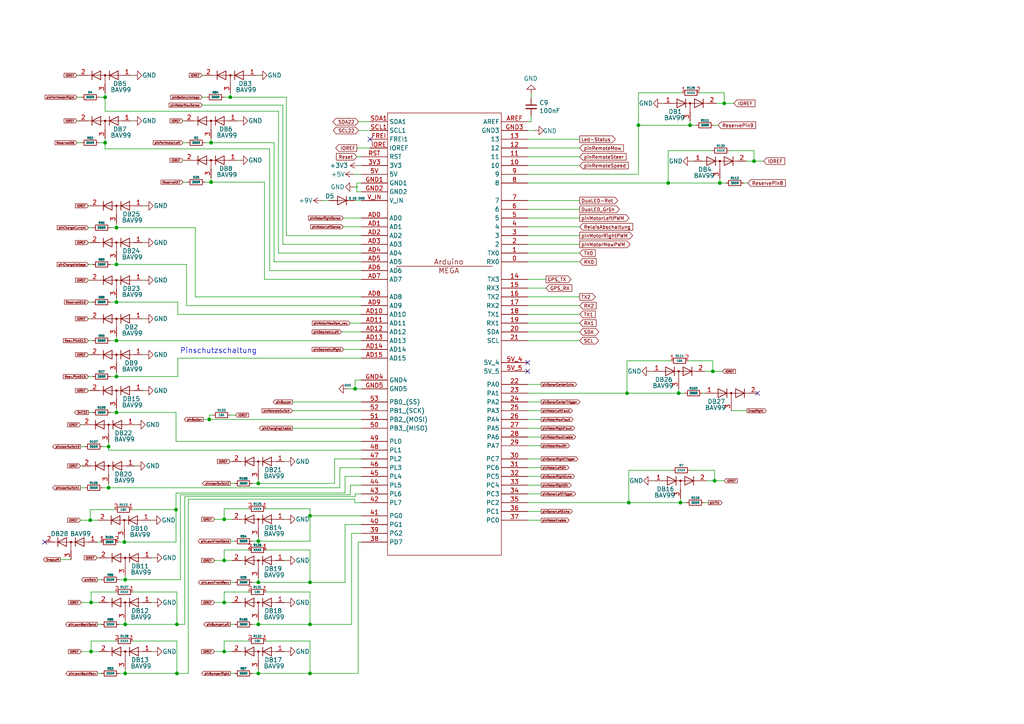
<source format=kicad_sch>
(kicad_sch (version 20210406) (generator eeschema)
  (paper "A4")
  (title_block (title "Ardumower shield SVN Version") (date "2021-01-18") (rev "1.4") (company "ML AG JL BS UZ") (comment 1 "Schaltplan und Layout UweZ"))
  (junction (at 26.162 150.876) (diameter 0.9144))
  (junction (at 26.416 174.752) (diameter 0.9144))
  (junction (at 26.416 188.976) (diameter 0.9144))
  (junction (at 30.48 28.194) (diameter 0.9144))
  (junction (at 30.48 41.402) (diameter 0.9144))
  (junction (at 31.496 129.54) (diameter 0.9144))
  (junction (at 31.496 141.478) (diameter 0.9144))
  (junction (at 33.782 66.04) (diameter 0.9144))
  (junction (at 33.782 76.708) (diameter 0.9144))
  (junction (at 33.782 87.63) (diameter 0.9144))
  (junction (at 33.782 98.806) (diameter 0.9144))
  (junction (at 33.782 109.22) (diameter 0.9144))
  (junction (at 33.782 119.634) (diameter 0.9144))
  (junction (at 36.068 157.226) (diameter 0.9144))
  (junction (at 36.322 168.148) (diameter 0.9144))
  (junction (at 36.322 181.102) (diameter 0.9144))
  (junction (at 36.322 195.326) (diameter 0.9144))
  (junction (at 51.054 147.828) (diameter 0.9144))
  (junction (at 51.308 181.102) (diameter 0.9144))
  (junction (at 51.308 195.326) (diameter 0.9144))
  (junction (at 60.706 121.666) (diameter 0.9144))
  (junction (at 61.214 41.402) (diameter 0.9144))
  (junction (at 61.214 52.832) (diameter 0.9144))
  (junction (at 65.024 150.622) (diameter 0.9144))
  (junction (at 65.024 162.56) (diameter 0.9144))
  (junction (at 65.024 174.752) (diameter 0.9144))
  (junction (at 65.024 188.976) (diameter 0.9144))
  (junction (at 66.802 28.194) (diameter 0.9144))
  (junction (at 74.93 140.208) (diameter 0.9144))
  (junction (at 74.93 156.972) (diameter 0.9144))
  (junction (at 74.93 168.91) (diameter 0.9144))
  (junction (at 74.93 181.102) (diameter 0.9144))
  (junction (at 74.93 195.326) (diameter 0.9144))
  (junction (at 89.916 149.606) (diameter 0.9144))
  (junction (at 89.916 168.91) (diameter 0.9144))
  (junction (at 89.916 181.102) (diameter 0.9144))
  (junction (at 89.916 195.326) (diameter 0.9144))
  (junction (at 102.997 112.776) (diameter 0.9144))
  (junction (at 103.505 54.229) (diameter 0.3048))
  (junction (at 181.864 114.046) (diameter 0.9144))
  (junction (at 182.372 145.796) (diameter 0.9144))
  (junction (at 185.166 36.322) (diameter 0.9144))
  (junction (at 193.802 53.086) (diameter 0.9144))
  (junction (at 196.85 114.046) (diameter 0.9144))
  (junction (at 197.358 145.796) (diameter 0.9144))
  (junction (at 200.152 36.322) (diameter 0.9144))
  (junction (at 206.756 107.696) (diameter 0.9144))
  (junction (at 207.264 139.446) (diameter 0.9144))
  (junction (at 208.788 53.086) (diameter 0.9144))
  (junction (at 210.058 29.972) (diameter 0.9144))
  (junction (at 218.694 46.736) (diameter 0.9144))
  (no_connect (at 12.954 157.226))
  (no_connect (at 107.315 40.386))
  (no_connect (at 153.035 105.156))
  (no_connect (at 153.035 107.696))
  (no_connect (at 219.71 114.046))
  (wire (pts (xy 17.526 162.306) (xy 20.574 162.306)))
  (wire (pts (xy 22.352 21.844) (xy 22.86 21.844)))
  (wire (pts (xy 22.352 35.052) (xy 22.86 35.052)))
  (wire (pts (xy 23.368 123.19) (xy 23.876 123.19)))
  (wire (pts (xy 23.368 135.128) (xy 23.876 135.128)))
  (wire (pts (xy 23.622 28.194) (xy 22.352 28.194)))
  (wire (pts (xy 23.622 41.402) (xy 22.352 41.402)))
  (wire (pts (xy 24.638 129.54) (xy 23.368 129.54)))
  (wire (pts (xy 24.638 141.478) (xy 23.368 141.478)))
  (wire (pts (xy 25.654 59.69) (xy 26.162 59.69)))
  (wire (pts (xy 25.654 70.358) (xy 26.162 70.358)))
  (wire (pts (xy 25.654 81.28) (xy 26.162 81.28)))
  (wire (pts (xy 25.654 92.456) (xy 26.162 92.456)))
  (wire (pts (xy 25.654 102.87) (xy 26.162 102.87)))
  (wire (pts (xy 25.654 113.284) (xy 26.162 113.284)))
  (wire (pts (xy 26.162 147.828) (xy 26.162 150.876)))
  (wire (pts (xy 26.162 150.876) (xy 23.368 150.876)))
  (wire (pts (xy 26.416 171.704) (xy 26.416 174.752)))
  (wire (pts (xy 26.416 174.752) (xy 23.622 174.752)))
  (wire (pts (xy 26.416 185.928) (xy 26.416 188.976)))
  (wire (pts (xy 26.416 188.976) (xy 23.622 188.976)))
  (wire (pts (xy 26.924 66.04) (xy 25.654 66.04)))
  (wire (pts (xy 26.924 76.708) (xy 25.654 76.708)))
  (wire (pts (xy 26.924 87.63) (xy 25.654 87.63)))
  (wire (pts (xy 26.924 98.806) (xy 25.654 98.806)))
  (wire (pts (xy 26.924 109.22) (xy 25.654 109.22)))
  (wire (pts (xy 26.924 119.634) (xy 25.654 119.634)))
  (wire (pts (xy 28.194 157.226) (xy 29.21 157.226)))
  (wire (pts (xy 28.194 161.798) (xy 28.702 161.798)))
  (wire (pts (xy 28.448 150.876) (xy 26.162 150.876)))
  (wire (pts (xy 28.702 28.194) (xy 30.48 28.194)))
  (wire (pts (xy 28.702 41.402) (xy 30.48 41.402)))
  (wire (pts (xy 28.702 174.752) (xy 26.416 174.752)))
  (wire (pts (xy 28.702 188.976) (xy 26.416 188.976)))
  (wire (pts (xy 29.464 168.148) (xy 28.194 168.148)))
  (wire (pts (xy 29.464 181.102) (xy 28.194 181.102)))
  (wire (pts (xy 29.464 195.326) (xy 28.194 195.326)))
  (wire (pts (xy 29.718 129.54) (xy 31.496 129.54)))
  (wire (pts (xy 29.718 141.478) (xy 31.496 141.478)))
  (wire (pts (xy 30.48 28.194) (xy 30.48 26.924)))
  (wire (pts (xy 30.48 32.258) (xy 30.48 28.194)))
  (wire (pts (xy 30.48 41.402) (xy 30.48 40.132)))
  (wire (pts (xy 30.48 41.402) (xy 30.48 43.18)))
  (wire (pts (xy 31.496 129.54) (xy 31.496 128.27)))
  (wire (pts (xy 31.496 130.556) (xy 31.496 129.54)))
  (wire (pts (xy 31.496 130.556) (xy 104.775 130.556)))
  (wire (pts (xy 31.496 141.478) (xy 31.496 140.208)))
  (wire (pts (xy 31.496 141.478) (xy 98.552 141.478)))
  (wire (pts (xy 32.004 66.04) (xy 33.782 66.04)))
  (wire (pts (xy 32.004 76.708) (xy 33.782 76.708)))
  (wire (pts (xy 32.004 87.63) (xy 33.782 87.63)))
  (wire (pts (xy 32.004 98.806) (xy 33.782 98.806)))
  (wire (pts (xy 32.004 109.22) (xy 33.782 109.22)))
  (wire (pts (xy 32.004 119.634) (xy 33.782 119.634)))
  (wire (pts (xy 33.274 147.828) (xy 26.162 147.828)))
  (wire (pts (xy 33.528 171.704) (xy 26.416 171.704)))
  (wire (pts (xy 33.528 185.928) (xy 26.416 185.928)))
  (wire (pts (xy 33.782 66.04) (xy 33.782 64.77)))
  (wire (pts (xy 33.782 76.708) (xy 33.782 75.438)))
  (wire (pts (xy 33.782 87.63) (xy 33.782 86.36)))
  (wire (pts (xy 33.782 98.806) (xy 33.782 97.536)))
  (wire (pts (xy 33.782 98.806) (xy 104.775 98.806)))
  (wire (pts (xy 33.782 109.22) (xy 33.782 107.95)))
  (wire (pts (xy 33.782 119.634) (xy 33.782 118.364)))
  (wire (pts (xy 33.782 119.634) (xy 51.054 119.634)))
  (wire (pts (xy 34.29 157.226) (xy 36.068 157.226)))
  (wire (pts (xy 34.544 168.148) (xy 36.322 168.148)))
  (wire (pts (xy 34.544 181.102) (xy 36.322 181.102)))
  (wire (pts (xy 34.544 195.326) (xy 36.322 195.326)))
  (wire (pts (xy 36.068 157.226) (xy 36.068 155.956)))
  (wire (pts (xy 36.322 168.148) (xy 36.322 166.878)))
  (wire (pts (xy 36.322 168.148) (xy 52.324 168.148)))
  (wire (pts (xy 36.322 181.102) (xy 36.322 179.832)))
  (wire (pts (xy 36.322 181.102) (xy 51.308 181.102)))
  (wire (pts (xy 36.322 195.326) (xy 36.322 194.056)))
  (wire (pts (xy 36.322 195.326) (xy 51.308 195.326)))
  (wire (pts (xy 38.354 147.828) (xy 51.054 147.828)))
  (wire (pts (xy 38.608 21.844) (xy 38.1 21.844)))
  (wire (pts (xy 38.608 35.052) (xy 38.1 35.052)))
  (wire (pts (xy 39.624 123.19) (xy 39.116 123.19)))
  (wire (pts (xy 39.624 135.128) (xy 39.116 135.128)))
  (wire (pts (xy 41.91 59.69) (xy 41.402 59.69)))
  (wire (pts (xy 41.91 70.358) (xy 41.402 70.358)))
  (wire (pts (xy 41.91 81.28) (xy 41.402 81.28)))
  (wire (pts (xy 41.91 92.456) (xy 41.402 92.456)))
  (wire (pts (xy 41.91 102.87) (xy 41.402 102.87)))
  (wire (pts (xy 41.91 113.284) (xy 41.402 113.284)))
  (wire (pts (xy 44.196 150.876) (xy 43.688 150.876)))
  (wire (pts (xy 44.45 161.798) (xy 43.942 161.798)))
  (wire (pts (xy 44.45 174.752) (xy 43.942 174.752)))
  (wire (pts (xy 44.45 188.976) (xy 43.942 188.976)))
  (wire (pts (xy 51.054 119.634) (xy 51.054 128.016)))
  (wire (pts (xy 51.054 128.016) (xy 104.775 128.016)))
  (wire (pts (xy 51.054 143.002) (xy 51.054 147.828)))
  (wire (pts (xy 51.054 147.828) (xy 51.054 157.226)))
  (wire (pts (xy 51.054 157.226) (xy 36.068 157.226)))
  (wire (pts (xy 51.308 171.704) (xy 38.608 171.704)))
  (wire (pts (xy 51.308 181.102) (xy 51.308 171.704)))
  (wire (pts (xy 51.308 185.928) (xy 38.608 185.928)))
  (wire (pts (xy 51.308 195.326) (xy 51.308 185.928)))
  (wire (pts (xy 51.562 87.63) (xy 33.782 87.63)))
  (wire (pts (xy 51.562 91.186) (xy 51.562 87.63)))
  (wire (pts (xy 51.562 103.886) (xy 51.562 109.22)))
  (wire (pts (xy 51.562 109.22) (xy 33.782 109.22)))
  (wire (pts (xy 52.324 143.51) (xy 52.324 168.148)))
  (wire (pts (xy 52.324 143.51) (xy 101.6 143.51)))
  (wire (pts (xy 53.086 35.052) (xy 53.594 35.052)))
  (wire (pts (xy 53.086 46.482) (xy 53.594 46.482)))
  (wire (pts (xy 53.594 144.018) (xy 53.594 181.102)))
  (wire (pts (xy 53.594 144.018) (xy 102.997 144.018)))
  (wire (pts (xy 53.594 181.102) (xy 51.308 181.102)))
  (wire (pts (xy 54.102 76.708) (xy 33.782 76.708)))
  (wire (pts (xy 54.102 88.646) (xy 54.102 76.708)))
  (wire (pts (xy 54.356 41.402) (xy 53.086 41.402)))
  (wire (pts (xy 54.356 52.832) (xy 53.086 52.832)))
  (wire (pts (xy 54.61 144.78) (xy 54.61 195.326)))
  (wire (pts (xy 54.61 144.78) (xy 102.87 144.78)))
  (wire (pts (xy 54.61 195.326) (xy 51.308 195.326)))
  (wire (pts (xy 56.642 66.04) (xy 33.782 66.04)))
  (wire (pts (xy 56.642 86.106) (xy 56.642 66.04)))
  (wire (pts (xy 58.674 21.844) (xy 59.182 21.844)))
  (wire (pts (xy 58.928 121.666) (xy 60.706 121.666)))
  (wire (pts (xy 59.436 41.402) (xy 61.214 41.402)))
  (wire (pts (xy 59.436 52.832) (xy 61.214 52.832)))
  (wire (pts (xy 59.944 28.194) (xy 58.674 28.194)))
  (wire (pts (xy 60.706 120.396) (xy 60.706 121.666)))
  (wire (pts (xy 60.706 121.666) (xy 104.775 121.666)))
  (wire (pts (xy 61.214 41.402) (xy 61.214 40.132)))
  (wire (pts (xy 61.214 52.832) (xy 61.214 51.562)))
  (wire (pts (xy 61.722 120.396) (xy 60.706 120.396)))
  (wire (pts (xy 65.024 28.194) (xy 66.802 28.194)))
  (wire (pts (xy 65.024 147.574) (xy 65.024 150.622)))
  (wire (pts (xy 65.024 147.574) (xy 72.136 147.574)))
  (wire (pts (xy 65.024 150.622) (xy 62.23 150.622)))
  (wire (pts (xy 65.024 159.512) (xy 65.024 162.56)))
  (wire (pts (xy 65.024 162.56) (xy 62.23 162.56)))
  (wire (pts (xy 65.024 171.704) (xy 65.024 174.752)))
  (wire (pts (xy 65.024 174.752) (xy 62.23 174.752)))
  (wire (pts (xy 65.024 185.928) (xy 65.024 188.976)))
  (wire (pts (xy 65.024 188.976) (xy 62.23 188.976)))
  (wire (pts (xy 66.802 28.194) (xy 66.802 26.924)))
  (wire (pts (xy 66.802 120.396) (xy 68.326 120.396)))
  (wire (pts (xy 66.802 133.858) (xy 67.31 133.858)))
  (wire (pts (xy 67.31 150.622) (xy 65.024 150.622)))
  (wire (pts (xy 67.31 162.56) (xy 65.024 162.56)))
  (wire (pts (xy 67.31 174.752) (xy 65.024 174.752)))
  (wire (pts (xy 67.31 188.976) (xy 65.024 188.976)))
  (wire (pts (xy 68.072 140.208) (xy 66.802 140.208)))
  (wire (pts (xy 68.072 156.972) (xy 66.802 156.972)))
  (wire (pts (xy 68.072 168.91) (xy 66.802 168.91)))
  (wire (pts (xy 68.072 181.102) (xy 66.802 181.102)))
  (wire (pts (xy 68.072 195.326) (xy 66.802 195.326)))
  (wire (pts (xy 69.342 35.052) (xy 68.834 35.052)))
  (wire (pts (xy 69.342 46.482) (xy 68.834 46.482)))
  (wire (pts (xy 72.136 159.512) (xy 65.024 159.512)))
  (wire (pts (xy 72.136 171.704) (xy 65.024 171.704)))
  (wire (pts (xy 72.136 185.928) (xy 65.024 185.928)))
  (wire (pts (xy 73.152 140.208) (xy 74.93 140.208)))
  (wire (pts (xy 73.152 156.972) (xy 74.93 156.972)))
  (wire (pts (xy 73.152 168.91) (xy 74.93 168.91)))
  (wire (pts (xy 73.152 181.102) (xy 74.93 181.102)))
  (wire (pts (xy 73.152 195.326) (xy 74.93 195.326)))
  (wire (pts (xy 74.93 21.844) (xy 74.422 21.844)))
  (wire (pts (xy 74.93 140.208) (xy 74.93 138.938)))
  (wire (pts (xy 74.93 140.208) (xy 97.028 140.208)))
  (wire (pts (xy 74.93 156.972) (xy 74.93 155.702)))
  (wire (pts (xy 74.93 156.972) (xy 89.916 156.972)))
  (wire (pts (xy 74.93 168.91) (xy 74.93 167.64)))
  (wire (pts (xy 74.93 168.91) (xy 89.916 168.91)))
  (wire (pts (xy 74.93 181.102) (xy 74.93 179.832)))
  (wire (pts (xy 74.93 181.102) (xy 89.916 181.102)))
  (wire (pts (xy 74.93 195.326) (xy 74.93 194.056)))
  (wire (pts (xy 74.93 195.326) (xy 89.916 195.326)))
  (wire (pts (xy 76.708 52.832) (xy 61.214 52.832)))
  (wire (pts (xy 76.708 81.026) (xy 76.708 52.832)))
  (wire (pts (xy 77.216 147.574) (xy 89.916 147.574)))
  (wire (pts (xy 78.232 43.18) (xy 30.48 43.18)))
  (wire (pts (xy 78.232 78.486) (xy 78.232 43.18)))
  (wire (pts (xy 79.502 41.402) (xy 61.214 41.402)))
  (wire (pts (xy 79.502 75.946) (xy 79.502 41.402)))
  (wire (pts (xy 79.502 75.946) (xy 104.775 75.946)))
  (wire (pts (xy 80.772 32.258) (xy 30.48 32.258)))
  (wire (pts (xy 80.772 73.406) (xy 80.772 32.258)))
  (wire (pts (xy 82.042 30.48) (xy 58.674 30.48)))
  (wire (pts (xy 82.042 70.866) (xy 82.042 30.48)))
  (wire (pts (xy 83.058 28.194) (xy 66.802 28.194)))
  (wire (pts (xy 83.058 68.326) (xy 83.058 28.194)))
  (wire (pts (xy 83.058 133.858) (xy 82.55 133.858)))
  (wire (pts (xy 83.058 150.622) (xy 82.55 150.622)))
  (wire (pts (xy 83.058 162.56) (xy 82.55 162.56)))
  (wire (pts (xy 83.058 174.752) (xy 82.55 174.752)))
  (wire (pts (xy 83.058 188.976) (xy 82.55 188.976)))
  (wire (pts (xy 84.836 116.586) (xy 104.775 116.586)))
  (wire (pts (xy 84.836 119.126) (xy 104.775 119.126)))
  (wire (pts (xy 84.836 124.206) (xy 104.775 124.206)))
  (wire (pts (xy 89.916 147.574) (xy 89.916 149.606)))
  (wire (pts (xy 89.916 149.606) (xy 89.916 156.972)))
  (wire (pts (xy 89.916 149.606) (xy 104.775 149.606)))
  (wire (pts (xy 89.916 159.512) (xy 77.216 159.512)))
  (wire (pts (xy 89.916 168.91) (xy 89.916 159.512)))
  (wire (pts (xy 89.916 168.91) (xy 100.076 168.91)))
  (wire (pts (xy 89.916 171.704) (xy 77.216 171.704)))
  (wire (pts (xy 89.916 181.102) (xy 89.916 171.704)))
  (wire (pts (xy 89.916 185.928) (xy 77.216 185.928)))
  (wire (pts (xy 89.916 195.326) (xy 89.916 185.928)))
  (wire (pts (xy 89.916 195.326) (xy 103.886 195.326)))
  (wire (pts (xy 95.377 58.166) (xy 93.472 58.166)))
  (wire (pts (xy 97.028 133.096) (xy 97.028 140.208)))
  (wire (pts (xy 97.028 133.096) (xy 104.775 133.096)))
  (wire (pts (xy 98.552 135.636) (xy 104.775 135.636)))
  (wire (pts (xy 98.552 141.478) (xy 98.552 135.636)))
  (wire (pts (xy 99.06 96.266) (xy 104.775 96.266)))
  (wire (pts (xy 99.568 63.246) (xy 104.775 63.246)))
  (wire (pts (xy 99.568 65.786) (xy 104.775 65.786)))
  (wire (pts (xy 99.695 101.346) (xy 104.775 101.346)))
  (wire (pts (xy 100.076 138.176) (xy 100.076 143.002)))
  (wire (pts (xy 100.076 138.176) (xy 104.775 138.176)))
  (wire (pts (xy 100.076 143.002) (xy 51.054 143.002)))
  (wire (pts (xy 100.076 152.146) (xy 100.076 168.91)))
  (wire (pts (xy 100.076 152.146) (xy 104.775 152.146)))
  (wire (pts (xy 100.838 112.776) (xy 102.997 112.776)))
  (wire (pts (xy 101.6 93.726) (xy 104.775 93.726)))
  (wire (pts (xy 101.6 140.716) (xy 104.775 140.716)))
  (wire (pts (xy 101.6 143.51) (xy 101.6 140.716)))
  (wire (pts (xy 101.981 154.686) (xy 101.981 181.102)))
  (wire (pts (xy 101.981 154.686) (xy 104.775 154.686)))
  (wire (pts (xy 101.981 181.102) (xy 89.916 181.102)))
  (wire (pts (xy 102.743 50.546) (xy 104.775 50.546)))
  (wire (pts (xy 102.743 54.229) (xy 103.505 54.229)))
  (wire (pts (xy 102.87 144.78) (xy 102.87 145.796)))
  (wire (pts (xy 102.87 145.796) (xy 104.775 145.796)))
  (wire (pts (xy 102.997 58.166) (xy 104.775 58.166)))
  (wire (pts (xy 102.997 110.236) (xy 102.997 112.776)))
  (wire (pts (xy 102.997 110.236) (xy 104.775 110.236)))
  (wire (pts (xy 102.997 112.776) (xy 104.775 112.776)))
  (wire (pts (xy 102.997 143.256) (xy 102.997 144.018)))
  (wire (pts (xy 102.997 143.256) (xy 104.775 143.256)))
  (wire (pts (xy 103.505 45.466) (xy 104.775 45.466)))
  (wire (pts (xy 103.505 53.086) (xy 103.505 54.229)))
  (wire (pts (xy 103.505 53.086) (xy 104.775 53.086)))
  (wire (pts (xy 103.505 54.229) (xy 103.505 55.626)))
  (wire (pts (xy 103.505 55.626) (xy 104.775 55.626)))
  (wire (pts (xy 103.886 157.226) (xy 103.886 195.326)))
  (wire (pts (xy 103.886 157.226) (xy 104.775 157.226)))
  (wire (pts (xy 104.14 48.006) (xy 104.775 48.006)))
  (wire (pts (xy 104.775 68.326) (xy 83.058 68.326)))
  (wire (pts (xy 104.775 70.866) (xy 82.042 70.866)))
  (wire (pts (xy 104.775 73.406) (xy 80.772 73.406)))
  (wire (pts (xy 104.775 78.486) (xy 78.232 78.486)))
  (wire (pts (xy 104.775 81.026) (xy 76.708 81.026)))
  (wire (pts (xy 104.775 86.106) (xy 56.642 86.106)))
  (wire (pts (xy 104.775 88.646) (xy 54.102 88.646)))
  (wire (pts (xy 104.775 91.186) (xy 51.562 91.186)))
  (wire (pts (xy 104.775 103.886) (xy 51.562 103.886)))
  (wire (pts (xy 107.315 35.306) (xy 104.013 35.306)))
  (wire (pts (xy 107.315 37.846) (xy 104.013 37.846)))
  (wire (pts (xy 107.315 42.926) (xy 103.505 42.926)))
  (wire (pts (xy 153.035 37.846) (xy 155.067 37.846)))
  (wire (pts (xy 153.035 42.926) (xy 168.148 42.926)))
  (wire (pts (xy 153.035 45.466) (xy 168.148 45.466)))
  (wire (pts (xy 153.035 50.546) (xy 185.166 50.546)))
  (wire (pts (xy 153.035 53.086) (xy 193.802 53.086)))
  (wire (pts (xy 153.035 65.786) (xy 168.148 65.786)))
  (wire (pts (xy 153.035 70.866) (xy 168.148 70.866)))
  (wire (pts (xy 153.035 73.406) (xy 168.148 73.406)))
  (wire (pts (xy 153.035 83.566) (xy 158.369 83.566)))
  (wire (pts (xy 153.035 86.106) (xy 168.148 86.106)))
  (wire (pts (xy 153.035 88.646) (xy 168.148 88.646)))
  (wire (pts (xy 153.035 91.186) (xy 168.148 91.186)))
  (wire (pts (xy 153.035 93.726) (xy 168.148 93.726)))
  (wire (pts (xy 153.035 96.266) (xy 168.148 96.266)))
  (wire (pts (xy 153.035 98.806) (xy 168.148 98.806)))
  (wire (pts (xy 153.035 111.506) (xy 156.972 111.506)))
  (wire (pts (xy 153.035 114.046) (xy 181.864 114.046)))
  (wire (pts (xy 153.035 116.586) (xy 156.972 116.586)))
  (wire (pts (xy 153.035 119.126) (xy 156.972 119.126)))
  (wire (pts (xy 153.035 121.666) (xy 156.972 121.666)))
  (wire (pts (xy 153.035 124.206) (xy 156.972 124.206)))
  (wire (pts (xy 153.035 126.746) (xy 156.972 126.746)))
  (wire (pts (xy 153.035 129.286) (xy 156.972 129.286)))
  (wire (pts (xy 153.035 133.096) (xy 156.972 133.096)))
  (wire (pts (xy 153.035 135.636) (xy 156.972 135.636)))
  (wire (pts (xy 153.035 138.176) (xy 156.972 138.176)))
  (wire (pts (xy 153.035 140.716) (xy 156.972 140.716)))
  (wire (pts (xy 153.035 143.256) (xy 156.972 143.256)))
  (wire (pts (xy 153.035 145.796) (xy 182.372 145.796)))
  (wire (pts (xy 153.035 148.336) (xy 156.972 148.336)))
  (wire (pts (xy 153.035 150.876) (xy 156.972 150.876)))
  (wire (pts (xy 154.051 28.448) (xy 154.051 27.178)))
  (wire (pts (xy 154.051 33.528) (xy 154.051 35.306)))
  (wire (pts (xy 154.051 35.306) (xy 153.035 35.306)))
  (wire (pts (xy 158.369 81.026) (xy 153.035 81.026)))
  (wire (pts (xy 168.148 40.386) (xy 153.035 40.386)))
  (wire (pts (xy 168.148 48.006) (xy 153.035 48.006)))
  (wire (pts (xy 168.148 58.166) (xy 153.035 58.166)))
  (wire (pts (xy 168.148 60.706) (xy 153.035 60.706)))
  (wire (pts (xy 168.148 63.246) (xy 153.035 63.246)))
  (wire (pts (xy 168.148 68.326) (xy 153.035 68.326)))
  (wire (pts (xy 168.148 75.946) (xy 153.035 75.946)))
  (wire (pts (xy 181.864 104.648) (xy 181.864 114.046)))
  (wire (pts (xy 181.864 114.046) (xy 196.85 114.046)))
  (wire (pts (xy 182.372 136.398) (xy 182.372 145.796)))
  (wire (pts (xy 182.372 145.796) (xy 197.358 145.796)))
  (wire (pts (xy 185.166 26.924) (xy 197.866 26.924)))
  (wire (pts (xy 185.166 36.322) (xy 185.166 26.924)))
  (wire (pts (xy 185.166 36.322) (xy 185.166 50.546)))
  (wire (pts (xy 188.722 107.696) (xy 189.23 107.696)))
  (wire (pts (xy 189.23 139.446) (xy 189.738 139.446)))
  (wire (pts (xy 192.024 29.972) (xy 192.532 29.972)))
  (wire (pts (xy 193.802 43.688) (xy 193.802 53.086)))
  (wire (pts (xy 193.802 53.086) (xy 208.788 53.086)))
  (wire (pts (xy 194.564 104.648) (xy 181.864 104.648)))
  (wire (pts (xy 195.072 136.398) (xy 182.372 136.398)))
  (wire (pts (xy 196.85 114.046) (xy 196.85 112.776)))
  (wire (pts (xy 196.85 114.046) (xy 198.628 114.046)))
  (wire (pts (xy 197.358 145.796) (xy 197.358 144.526)))
  (wire (pts (xy 199.136 145.796) (xy 197.358 145.796)))
  (wire (pts (xy 199.644 104.648) (xy 206.756 104.648)))
  (wire (pts (xy 200.152 36.322) (xy 185.166 36.322)))
  (wire (pts (xy 200.152 36.322) (xy 200.152 35.052)))
  (wire (pts (xy 200.152 136.398) (xy 207.264 136.398)))
  (wire (pts (xy 200.66 46.736) (xy 201.168 46.736)))
  (wire (pts (xy 201.93 36.322) (xy 200.152 36.322)))
  (wire (pts (xy 202.946 26.924) (xy 210.058 26.924)))
  (wire (pts (xy 203.708 114.046) (xy 204.47 114.046)))
  (wire (pts (xy 204.216 145.796) (xy 205.486 145.796)))
  (wire (pts (xy 204.47 107.696) (xy 206.756 107.696)))
  (wire (pts (xy 204.978 139.446) (xy 207.264 139.446)))
  (wire (pts (xy 206.502 43.688) (xy 193.802 43.688)))
  (wire (pts (xy 206.756 104.648) (xy 206.756 107.696)))
  (wire (pts (xy 206.756 107.696) (xy 209.55 107.696)))
  (wire (pts (xy 207.01 36.322) (xy 208.28 36.322)))
  (wire (pts (xy 207.264 136.398) (xy 207.264 139.446)))
  (wire (pts (xy 207.264 139.446) (xy 210.058 139.446)))
  (wire (pts (xy 207.772 29.972) (xy 210.058 29.972)))
  (wire (pts (xy 208.788 53.086) (xy 208.788 51.816)))
  (wire (pts (xy 210.058 26.924) (xy 210.058 29.972)))
  (wire (pts (xy 210.058 29.972) (xy 212.852 29.972)))
  (wire (pts (xy 210.566 53.086) (xy 208.788 53.086)))
  (wire (pts (xy 211.582 43.688) (xy 218.694 43.688)))
  (wire (pts (xy 212.09 119.126) (xy 216.662 119.126)))
  (wire (pts (xy 215.646 53.086) (xy 216.916 53.086)))
  (wire (pts (xy 216.408 46.736) (xy 218.694 46.736)))
  (wire (pts (xy 218.694 43.688) (xy 218.694 46.736)))
  (wire (pts (xy 218.694 46.736) (xy 221.488 46.736)))
  (image (at -84.836 27.813))
  (text "Pinschutzschaltung" (at 52.197 102.743 0) (effects (font (size 1.524 1.524)) (justify left bottom)))
  (text "[21:03:44] Jürgen Lange: zu d143 dropright parallel einen 4k7 widerstand bei left genauso\n[21:05:27] Kurzschuss - Uwe: Ich verstehe nicht so ganz warum die Diode D6 lässt doch nur GND von außen zu oder habe ich da ein Denkfehler\n[21:05:45] Kurzschuss - Uwe: damit müsste der Pin doch geschützt sein oder?\n[21:07:55] Jürgen Lange: genau das ist das problem die diode lässt nur gnd durch aber min0,3v höher als gnd selbst das finde ich nicht so gut \naber wenn du di drinhast geht das noch wenn der sensor aber nicht geschaltet hat hängt der port in der luft nur die internen pullups wirken \ndie nimmt man aber normal nicht wenn es nicht zwingend sein muss\n[21:08:41] Jürgen Lange: der dropsensor hat intern auch eine nicht ganz klare pullup Schaltung damit da nichts schief geht sichern\n[21:09:16] Kurzschuss - Uwe: gut also d6 lassen und r103 auch\n[21:09:52] Jürgen Lange: mach d6 noch vor r103 dann hast du es perfekt\n[21:10:13] Kurzschuss - Uwe: okay\n[21:10:32] Jürgen Lange: und den pullup parallel zu d143 nicht vergessen 4k7\n[21:10:38] Kurzschuss - Uwe: ja" (at 326.644 46.736 0) (effects (font (size 0.6096 0.6096)) (justify left bottom)))
  (text "also im grunde ist es bei der schaltung völlig pups...... \nes ist genau das gleiche problem wie mit dem LsF010x \nnicht der shifter ist das problem sondern das was dahinter kommt.\n Fraaage...... was macht ein pin wenn es als ausgang programmiert ist\nund wird aktiv mit einem andern ausgang verbunden? \nRichtiiiig es macht puff und so ist das auch mit dem shifter \ndu kannst dir aber die regel merken der gate widerstand zeigt zum MPU pin" (at 326.644 77.216 0) (effects (font (size 2.0066 2.0066)) (justify left bottom)))
  (text "achso um mein geschreibsel für den level shifter \nnoch mal zu verdeutlichen die low-side darf immer kleiner \noder gleichgroß der high-side sein \naber niemals größer als die high-side \nich hoffe das ist jetzt etwas verständlicher" (at 327.66 106.172 0) (effects (font (size 2.0066 2.0066)) (justify left bottom)))
  (global_label "DropLeft" (shape output) (at 17.526 162.306 180) (effects (font (size 0.6096 0.6096))) (property "Intersheet References" "${INTERSHEET_REFS}" (effects hide)))
  (global_label "IOREF" (shape input) (at 22.352 21.844 180) (effects (font (size 0.6096 0.6096))) (property "Intersheet References" "${INTERSHEET_REFS}" (effects hide)))
  (global_label "pinPerimeterRight" (shape input) (at 22.352 28.194 180) (effects (font (size 0.6096 0.6096))) (property "Intersheet References" "${INTERSHEET_REFS}" (effects hide)))
  (global_label "IOREF" (shape input) (at 22.352 35.052 180) (effects (font (size 0.6096 0.6096))) (property "Intersheet References" "${INTERSHEET_REFS}" (effects hide)))
  (global_label "ReserveAD6" (shape input) (at 22.352 41.402 180) (effects (font (size 0.6096 0.6096))) (property "Intersheet References" "${INTERSHEET_REFS}" (effects hide)))
  (global_label "IOREF" (shape input) (at 23.368 123.19 180) (effects (font (size 0.6096 0.6096))) (property "Intersheet References" "${INTERSHEET_REFS}" (effects hide)))
  (global_label "pinUserSwitch3" (shape output) (at 23.368 129.54 180) (effects (font (size 0.6096 0.6096))) (property "Intersheet References" "${INTERSHEET_REFS}" (effects hide)))
  (global_label "IOREF" (shape input) (at 23.368 135.128 180) (effects (font (size 0.6096 0.6096))) (property "Intersheet References" "${INTERSHEET_REFS}" (effects hide)))
  (global_label "pinUserSwitch1" (shape output) (at 23.368 141.478 180) (effects (font (size 0.6096 0.6096))) (property "Intersheet References" "${INTERSHEET_REFS}" (effects hide)))
  (global_label "IOREF" (shape input) (at 23.368 150.876 180) (effects (font (size 0.6096 0.6096))) (property "Intersheet References" "${INTERSHEET_REFS}" (effects hide)))
  (global_label "IOREF" (shape input) (at 23.622 174.752 180) (effects (font (size 0.6096 0.6096))) (property "Intersheet References" "${INTERSHEET_REFS}" (effects hide)))
  (global_label "IOREF" (shape input) (at 23.622 188.976 180) (effects (font (size 0.6096 0.6096))) (property "Intersheet References" "${INTERSHEET_REFS}" (effects hide)))
  (global_label "IOREF" (shape input) (at 25.654 59.69 180) (effects (font (size 0.6096 0.6096))) (property "Intersheet References" "${INTERSHEET_REFS}" (effects hide)))
  (global_label "pinChargeCurrent" (shape input) (at 25.654 66.04 180) (effects (font (size 0.6096 0.6096))) (property "Intersheet References" "${INTERSHEET_REFS}" (effects hide)))
  (global_label "IOREF" (shape input) (at 25.654 70.358 180) (effects (font (size 0.6096 0.6096))) (property "Intersheet References" "${INTERSHEET_REFS}" (effects hide)))
  (global_label "pinChargeVoltage" (shape input) (at 25.654 76.708 180) (effects (font (size 0.6096 0.6096))) (property "Intersheet References" "${INTERSHEET_REFS}" (effects hide)))
  (global_label "IOREF" (shape input) (at 25.654 81.28 180) (effects (font (size 0.6096 0.6096))) (property "Intersheet References" "${INTERSHEET_REFS}" (effects hide)))
  (global_label "ReserveAD10" (shape input) (at 25.654 87.63 180) (effects (font (size 0.6096 0.6096))) (property "Intersheet References" "${INTERSHEET_REFS}" (effects hide)))
  (global_label "IOREF" (shape input) (at 25.654 92.456 180) (effects (font (size 0.6096 0.6096))) (property "Intersheet References" "${INTERSHEET_REFS}" (effects hide)))
  (global_label "Resv.PinAD13" (shape input) (at 25.654 98.806 180) (effects (font (size 0.6096 0.6096))) (property "Intersheet References" "${INTERSHEET_REFS}" (effects hide)))
  (global_label "IOREF" (shape input) (at 25.654 102.87 180) (effects (font (size 0.6096 0.6096))) (property "Intersheet References" "${INTERSHEET_REFS}" (effects hide)))
  (global_label "Resv.PinAD15" (shape input) (at 25.654 109.22 180) (effects (font (size 0.6096 0.6096))) (property "Intersheet References" "${INTERSHEET_REFS}" (effects hide)))
  (global_label "IOREF" (shape input) (at 25.654 113.284 180) (effects (font (size 0.6096 0.6096))) (property "Intersheet References" "${INTERSHEET_REFS}" (effects hide)))
  (global_label "DHT22" (shape output) (at 25.654 119.634 180) (effects (font (size 0.6096 0.6096))) (property "Intersheet References" "${INTERSHEET_REFS}" (effects hide)))
  (global_label "IOREF" (shape input) (at 28.194 161.798 180) (effects (font (size 0.6096 0.6096))) (property "Intersheet References" "${INTERSHEET_REFS}" (effects hide)))
  (global_label "pinRain" (shape output) (at 28.194 168.148 180) (effects (font (size 0.6096 0.6096))) (property "Intersheet References" "${INTERSHEET_REFS}" (effects hide)))
  (global_label "pinLawnBackSend" (shape output) (at 28.194 181.102 180) (effects (font (size 0.6096 0.6096))) (property "Intersheet References" "${INTERSHEET_REFS}" (effects hide)))
  (global_label "pinLawnBackRecv" (shape output) (at 28.194 195.326 180) (effects (font (size 0.6096 0.6096))) (property "Intersheet References" "${INTERSHEET_REFS}" (effects hide)))
  (global_label "IOREF" (shape input) (at 53.086 35.052 180) (effects (font (size 0.6096 0.6096))) (property "Intersheet References" "${INTERSHEET_REFS}" (effects hide)))
  (global_label "pinPerimeterLeft" (shape input) (at 53.086 41.402 180) (effects (font (size 0.6096 0.6096))) (property "Intersheet References" "${INTERSHEET_REFS}" (effects hide)))
  (global_label "IOREF" (shape input) (at 53.086 46.482 180) (effects (font (size 0.6096 0.6096))) (property "Intersheet References" "${INTERSHEET_REFS}" (effects hide)))
  (global_label "ReserveAD7" (shape input) (at 53.086 52.832 180) (effects (font (size 0.6096 0.6096))) (property "Intersheet References" "${INTERSHEET_REFS}" (effects hide)))
  (global_label "IOREF" (shape input) (at 58.674 21.844 180) (effects (font (size 0.6096 0.6096))) (property "Intersheet References" "${INTERSHEET_REFS}" (effects hide)))
  (global_label "pinBatteryVoltage" (shape input) (at 58.674 28.194 180) (effects (font (size 0.6096 0.6096))) (property "Intersheet References" "${INTERSHEET_REFS}" (effects hide)))
  (global_label "pinMotorMowSense" (shape input) (at 58.674 30.48 180) (effects (font (size 0.6096 0.6096))) (property "Intersheet References" "${INTERSHEET_REFS}" (effects hide)))
  (global_label "pinButton" (shape output) (at 58.928 121.666 180) (effects (font (size 0.6096 0.6096))) (property "Intersheet References" "${INTERSHEET_REFS}" (effects hide)))
  (global_label "IOREF" (shape input) (at 62.23 150.622 180) (effects (font (size 0.6096 0.6096))) (property "Intersheet References" "${INTERSHEET_REFS}" (effects hide)))
  (global_label "IOREF" (shape input) (at 62.23 162.56 180) (effects (font (size 0.6096 0.6096))) (property "Intersheet References" "${INTERSHEET_REFS}" (effects hide)))
  (global_label "IOREF" (shape input) (at 62.23 174.752 180) (effects (font (size 0.6096 0.6096))) (property "Intersheet References" "${INTERSHEET_REFS}" (effects hide)))
  (global_label "IOREF" (shape input) (at 62.23 188.976 180) (effects (font (size 0.6096 0.6096))) (property "Intersheet References" "${INTERSHEET_REFS}" (effects hide)))
  (global_label "IOREF" (shape input) (at 66.802 133.858 180) (effects (font (size 0.6096 0.6096))) (property "Intersheet References" "${INTERSHEET_REFS}" (effects hide)))
  (global_label "pinUserSwitch2" (shape output) (at 66.802 140.208 180) (effects (font (size 0.6096 0.6096))) (property "Intersheet References" "${INTERSHEET_REFS}" (effects hide)))
  (global_label "pinLawnFrontSend" (shape output) (at 66.802 156.972 180) (effects (font (size 0.6096 0.6096))) (property "Intersheet References" "${INTERSHEET_REFS}" (effects hide)))
  (global_label "pinLawnFrontRecv" (shape output) (at 66.802 168.91 180) (effects (font (size 0.6096 0.6096))) (property "Intersheet References" "${INTERSHEET_REFS}" (effects hide)))
  (global_label "pinBumperLeft" (shape output) (at 66.802 181.102 180) (effects (font (size 0.6096 0.6096))) (property "Intersheet References" "${INTERSHEET_REFS}" (effects hide)))
  (global_label "pinBumperRight" (shape output) (at 66.802 195.326 180) (effects (font (size 0.6096 0.6096))) (property "Intersheet References" "${INTERSHEET_REFS}" (effects hide)))
  (global_label "IOREF" (shape input) (at 68.326 120.396 0) (effects (font (size 0.6096 0.6096))) (property "Intersheet References" "${INTERSHEET_REFS}" (effects hide)))
  (global_label "pinBuzzer" (shape output) (at 84.836 116.586 180) (effects (font (size 0.6096 0.6096))) (property "Intersheet References" "${INTERSHEET_REFS}" (effects hide)))
  (global_label "pinRemoteSwitch" (shape input) (at 84.836 119.126 180) (effects (font (size 0.6096 0.6096))) (property "Intersheet References" "${INTERSHEET_REFS}" (effects hide)))
  (global_label "pinChargingEnable" (shape output) (at 84.836 124.206 180) (effects (font (size 0.6096 0.6096))) (property "Intersheet References" "${INTERSHEET_REFS}" (effects hide)))
  (global_label "pinOdometryLeft" (shape input) (at 99.06 96.266 180) (effects (font (size 0.6096 0.6096))) (property "Intersheet References" "${INTERSHEET_REFS}" (effects hide)))
  (global_label "pinMotorRightSense" (shape input) (at 99.568 63.246 180) (effects (font (size 0.6096 0.6096))) (property "Intersheet References" "${INTERSHEET_REFS}" (effects hide)))
  (global_label "pinMotorLeftSense" (shape input) (at 99.568 65.786 180) (effects (font (size 0.6096 0.6096))) (property "Intersheet References" "${INTERSHEET_REFS}" (effects hide)))
  (global_label "pinOdometryRight" (shape input) (at 99.695 101.346 180) (effects (font (size 0.6096 0.6096))) (property "Intersheet References" "${INTERSHEET_REFS}" (effects hide)))
  (global_label "pinMotorMowRpm_neu" (shape input) (at 101.6 93.726 180) (effects (font (size 0.6096 0.6096))) (property "Intersheet References" "${INTERSHEET_REFS}" (effects hide)))
  (global_label "IOREF" (shape output) (at 103.505 42.926 180) (effects (font (size 0.9906 0.9906))) (property "Intersheet References" "${INTERSHEET_REFS}" (effects hide)))
  (global_label "Reset" (shape input) (at 103.505 45.466 180) (effects (font (size 0.9906 0.9906))) (property "Intersheet References" "${INTERSHEET_REFS}" (effects hide)))
  (global_label "SDA22" (shape bidirectional) (at 104.013 35.306 180) (effects (font (size 0.9906 0.9906))) (property "Intersheet References" "${INTERSHEET_REFS}" (effects hide)))
  (global_label "SCL22" (shape bidirectional) (at 104.013 37.846 180) (effects (font (size 0.9906 0.9906))) (property "Intersheet References" "${INTERSHEET_REFS}" (effects hide)))
  (global_label "pinSonarCenterEcho" (shape output) (at 156.972 111.506 0) (effects (font (size 0.6096 0.6096))) (property "Intersheet References" "${INTERSHEET_REFS}" (effects hide)))
  (global_label "pinSonarCenterTrigger" (shape output) (at 156.972 116.586 0) (effects (font (size 0.6096 0.6096))) (property "Intersheet References" "${INTERSHEET_REFS}" (effects hide)))
  (global_label "pinMotorLeftFault" (shape output) (at 156.972 119.126 0) (effects (font (size 0.6096 0.6096))) (property "Intersheet References" "${INTERSHEET_REFS}" (effects hide)))
  (global_label "pinMotorMowFault" (shape output) (at 156.972 121.666 0) (effects (font (size 0.6096 0.6096))) (property "Intersheet References" "${INTERSHEET_REFS}" (effects hide)))
  (global_label "pinMotorRightFault" (shape output) (at 156.972 124.206 0) (effects (font (size 0.6096 0.6096))) (property "Intersheet References" "${INTERSHEET_REFS}" (effects hide)))
  (global_label "pinMotorMowEnable" (shape output) (at 156.972 126.746 0) (effects (font (size 0.6096 0.6096))) (property "Intersheet References" "${INTERSHEET_REFS}" (effects hide)))
  (global_label "pinMotorMowDir" (shape output) (at 156.972 129.286 0) (effects (font (size 0.6096 0.6096))) (property "Intersheet References" "${INTERSHEET_REFS}" (effects hide)))
  (global_label "pinSonarRightTrigger" (shape output) (at 156.972 133.096 0) (effects (font (size 0.6096 0.6096))) (property "Intersheet References" "${INTERSHEET_REFS}" (effects hide)))
  (global_label "pinMotorLeftDir" (shape output) (at 156.972 135.636 0) (effects (font (size 0.6096 0.6096))) (property "Intersheet References" "${INTERSHEET_REFS}" (effects hide)))
  (global_label "pinSonarRightEcho" (shape output) (at 156.972 138.176 0) (effects (font (size 0.6096 0.6096))) (property "Intersheet References" "${INTERSHEET_REFS}" (effects hide)))
  (global_label "pinMotorRightDir" (shape output) (at 156.972 140.716 0) (effects (font (size 0.6096 0.6096))) (property "Intersheet References" "${INTERSHEET_REFS}" (effects hide)))
  (global_label "pinSonarLeftTrigger" (shape output) (at 156.972 143.256 0) (effects (font (size 0.6096 0.6096))) (property "Intersheet References" "${INTERSHEET_REFS}" (effects hide)))
  (global_label "pinSonarLeftEcho" (shape output) (at 156.972 148.336 0) (effects (font (size 0.6096 0.6096))) (property "Intersheet References" "${INTERSHEET_REFS}" (effects hide)))
  (global_label "pinMotorEnable" (shape output) (at 156.972 150.876 0) (effects (font (size 0.6096 0.6096))) (property "Intersheet References" "${INTERSHEET_REFS}" (effects hide)))
  (global_label "GPS_TX" (shape output) (at 158.369 81.026 0) (effects (font (size 0.9906 0.9906))) (property "Intersheet References" "${INTERSHEET_REFS}" (effects hide)))
  (global_label "GPS_RX" (shape input) (at 158.369 83.566 0) (effects (font (size 0.9906 0.9906))) (property "Intersheet References" "${INTERSHEET_REFS}" (effects hide)))
  (global_label "Led-Status" (shape output) (at 168.148 40.386 0) (effects (font (size 0.9906 0.9906))) (property "Intersheet References" "${INTERSHEET_REFS}" (effects hide)))
  (global_label "pinRemoteMow" (shape input) (at 168.148 42.926 0) (effects (font (size 0.9906 0.9906))) (property "Intersheet References" "${INTERSHEET_REFS}" (effects hide)))
  (global_label "pinRemoteSteer" (shape input) (at 168.148 45.466 0) (effects (font (size 0.9906 0.9906))) (property "Intersheet References" "${INTERSHEET_REFS}" (effects hide)))
  (global_label "pinRemoteSpeed" (shape input) (at 168.148 48.006 0) (effects (font (size 0.9906 0.9906))) (property "Intersheet References" "${INTERSHEET_REFS}" (effects hide)))
  (global_label "DuoLED-Rot" (shape output) (at 168.148 58.166 0) (effects (font (size 0.9906 0.9906))) (property "Intersheet References" "${INTERSHEET_REFS}" (effects hide)))
  (global_label "DuoLED_Grün" (shape output) (at 168.148 60.706 0) (effects (font (size 0.9906 0.9906))) (property "Intersheet References" "${INTERSHEET_REFS}" (effects hide)))
  (global_label "pinMotorLeftPWM" (shape output) (at 168.148 63.246 0) (effects (font (size 0.9906 0.9906))) (property "Intersheet References" "${INTERSHEET_REFS}" (effects hide)))
  (global_label "RelaisAbschaltung" (shape input) (at 168.148 65.786 0) (effects (font (size 0.9906 0.9906))) (property "Intersheet References" "${INTERSHEET_REFS}" (effects hide)))
  (global_label "pinMotorRightPWM" (shape output) (at 168.148 68.326 0) (effects (font (size 0.9906 0.9906))) (property "Intersheet References" "${INTERSHEET_REFS}" (effects hide)))
  (global_label "pinMotorMowPWM" (shape output) (at 168.148 70.866 0) (effects (font (size 0.9906 0.9906))) (property "Intersheet References" "${INTERSHEET_REFS}" (effects hide)))
  (global_label "TX0" (shape input) (at 168.148 73.406 0) (effects (font (size 0.9906 0.9906))) (property "Intersheet References" "${INTERSHEET_REFS}" (effects hide)))
  (global_label "RX0" (shape input) (at 168.148 75.946 0) (effects (font (size 0.9906 0.9906))) (property "Intersheet References" "${INTERSHEET_REFS}" (effects hide)))
  (global_label "TX2" (shape output) (at 168.148 86.106 0) (effects (font (size 0.9906 0.9906))) (property "Intersheet References" "${INTERSHEET_REFS}" (effects hide)))
  (global_label "RX2" (shape input) (at 168.148 88.646 0) (effects (font (size 0.9906 0.9906))) (property "Intersheet References" "${INTERSHEET_REFS}" (effects hide)))
  (global_label "TX1" (shape input) (at 168.148 91.186 0) (effects (font (size 0.9906 0.9906))) (property "Intersheet References" "${INTERSHEET_REFS}" (effects hide)))
  (global_label "RX1" (shape input) (at 168.148 93.726 0) (effects (font (size 0.9906 0.9906))) (property "Intersheet References" "${INTERSHEET_REFS}" (effects hide)))
  (global_label "SDA" (shape bidirectional) (at 168.148 96.266 0) (effects (font (size 0.9906 0.9906))) (property "Intersheet References" "${INTERSHEET_REFS}" (effects hide)))
  (global_label "SCL" (shape bidirectional) (at 168.148 98.806 0) (effects (font (size 0.9906 0.9906))) (property "Intersheet References" "${INTERSHEET_REFS}" (effects hide)))
  (global_label "pinTilt" (shape output) (at 205.486 145.796 0) (effects (font (size 0.6096 0.6096))) (property "Intersheet References" "${INTERSHEET_REFS}" (effects hide)))
  (global_label "ReservePin9" (shape input) (at 208.28 36.322 0) (effects (font (size 0.9906 0.9906))) (property "Intersheet References" "${INTERSHEET_REFS}" (effects hide)))
  (global_label "IOREF" (shape input) (at 209.55 107.696 0) (effects (font (size 0.6096 0.6096))) (property "Intersheet References" "${INTERSHEET_REFS}" (effects hide)))
  (global_label "IOREF" (shape input) (at 210.058 139.446 0) (effects (font (size 0.6096 0.6096))) (property "Intersheet References" "${INTERSHEET_REFS}" (effects hide)))
  (global_label "IOREF" (shape input) (at 212.852 29.972 0) (effects (font (size 0.9906 0.9906))) (property "Intersheet References" "${INTERSHEET_REFS}" (effects hide)))
  (global_label "DropRight" (shape output) (at 216.662 119.126 0) (effects (font (size 0.6096 0.6096))) (property "Intersheet References" "${INTERSHEET_REFS}" (effects hide)))
  (global_label "ReservePin8" (shape input) (at 216.916 53.086 0) (effects (font (size 0.9906 0.9906))) (property "Intersheet References" "${INTERSHEET_REFS}" (effects hide)))
  (global_label "IOREF" (shape input) (at 221.488 46.736 0) (effects (font (size 0.9906 0.9906))) (property "Intersheet References" "${INTERSHEET_REFS}" (effects hide)))
  (symbol (lib_id "ardumower-mega-shield-svn-rescue:+9V-RESCUE-ardumower_mega_shield_svn") (at 93.472 58.166 90) (unit 1)
    (property "Reference" "#PWR0180" (effects hide))
    (property "Value" "+9V" (at 88.646 58.166 90))
  )
  (symbol (lib_id "ardumower-mega-shield-svn-rescue:+5V-RESCUE-ardumower_mega_shield_svn") (at 102.743 50.546 90) (unit 1)
    (property "Reference" "#PWR0182" (effects hide))
    (property "Value" "+5V" (at 98.044 50.546 90))
  )
  (symbol (lib_id "ardumower-mega-shield-svn-rescue:+3.3V-RESCUE-ardumower_mega_shield_svn") (at 104.14 48.006 90) (unit 1)
    (property "Reference" "#PWR0181" (effects hide))
    (property "Value" "+3.3V" (at 98.298 48.006 90))
  )
  (symbol (lib_id "ardumower-mega-shield-svn-rescue:GND-RESCUE-ardumower_mega_shield_svn") (at 38.608 21.844 90) (unit 1)
    (property "Reference" "#PWR0190" (effects hide))
    (property "Value" "GND" (at 43.307 21.844 90))
  )
  (symbol (lib_id "ardumower-mega-shield-svn-rescue:GND-RESCUE-ardumower_mega_shield_svn") (at 38.608 35.052 90) (unit 1)
    (property "Reference" "#PWR0192" (effects hide))
    (property "Value" "GND" (at 43.307 35.052 90))
  )
  (symbol (lib_id "ardumower-mega-shield-svn-rescue:GND-RESCUE-ardumower_mega_shield_svn") (at 39.624 123.19 90) (unit 1)
    (property "Reference" "#PWR0200" (effects hide))
    (property "Value" "GND" (at 44.323 123.19 90))
  )
  (symbol (lib_id "ardumower-mega-shield-svn-rescue:GND-RESCUE-ardumower_mega_shield_svn") (at 39.624 135.128 90) (unit 1)
    (property "Reference" "#PWR0202" (effects hide))
    (property "Value" "GND" (at 44.323 135.128 90))
  )
  (symbol (lib_id "ardumower-mega-shield-svn-rescue:GND-RESCUE-ardumower_mega_shield_svn") (at 41.91 59.69 90) (unit 1)
    (property "Reference" "#PWR0195" (effects hide))
    (property "Value" "GND" (at 46.609 59.69 90))
  )
  (symbol (lib_id "ardumower-mega-shield-svn-rescue:GND-RESCUE-ardumower_mega_shield_svn") (at 41.91 70.358 90) (unit 1)
    (property "Reference" "#PWR0196" (effects hide))
    (property "Value" "GND" (at 46.609 70.358 90))
  )
  (symbol (lib_id "ardumower-mega-shield-svn-rescue:GND-RESCUE-ardumower_mega_shield_svn") (at 41.91 81.28 90) (unit 1)
    (property "Reference" "#PWR0197" (effects hide))
    (property "Value" "GND" (at 46.609 81.28 90))
  )
  (symbol (lib_id "ardumower-mega-shield-svn-rescue:GND-RESCUE-ardumower_mega_shield_svn") (at 41.91 92.456 90) (unit 1)
    (property "Reference" "#PWR0191" (effects hide))
    (property "Value" "GND" (at 46.609 92.456 90))
  )
  (symbol (lib_id "ardumower-mega-shield-svn-rescue:GND-RESCUE-ardumower_mega_shield_svn") (at 41.91 102.87 90) (unit 1)
    (property "Reference" "#PWR0198" (effects hide))
    (property "Value" "GND" (at 46.609 102.87 90))
  )
  (symbol (lib_id "ardumower-mega-shield-svn-rescue:GND-RESCUE-ardumower_mega_shield_svn") (at 41.91 113.284 90) (unit 1)
    (property "Reference" "#PWR0199" (effects hide))
    (property "Value" "GND" (at 46.609 113.284 90))
  )
  (symbol (lib_id "ardumower-mega-shield-svn-rescue:GND-RESCUE-ardumower_mega_shield_svn") (at 44.196 150.876 90) (unit 1)
    (property "Reference" "#PWR0203" (effects hide))
    (property "Value" "GND" (at 48.895 150.876 90))
  )
  (symbol (lib_id "ardumower-mega-shield-svn-rescue:GND-RESCUE-ardumower_mega_shield_svn") (at 44.45 161.798 90) (unit 1)
    (property "Reference" "#PWR0204" (effects hide))
    (property "Value" "GND" (at 49.149 161.798 90))
  )
  (symbol (lib_id "ardumower-mega-shield-svn-rescue:GND-RESCUE-ardumower_mega_shield_svn") (at 44.45 174.752 90) (unit 1)
    (property "Reference" "#PWR0205" (effects hide))
    (property "Value" "GND" (at 49.149 174.752 90))
  )
  (symbol (lib_id "ardumower-mega-shield-svn-rescue:GND-RESCUE-ardumower_mega_shield_svn") (at 44.45 188.976 90) (unit 1)
    (property "Reference" "#PWR0206" (effects hide))
    (property "Value" "GND" (at 49.149 188.976 90))
  )
  (symbol (lib_id "ardumower-mega-shield-svn-rescue:GND-RESCUE-ardumower_mega_shield_svn") (at 69.342 35.052 90) (unit 1)
    (property "Reference" "#PWR0187" (effects hide))
    (property "Value" "GND" (at 74.041 35.052 90))
  )
  (symbol (lib_id "ardumower-mega-shield-svn-rescue:GND-RESCUE-ardumower_mega_shield_svn") (at 69.342 46.482 90) (unit 1)
    (property "Reference" "#PWR0193" (effects hide))
    (property "Value" "GND" (at 74.041 46.482 90))
  )
  (symbol (lib_id "ardumower-mega-shield-svn-rescue:GND-RESCUE-ardumower_mega_shield_svn") (at 74.93 21.844 90) (unit 1)
    (property "Reference" "#PWR0194" (effects hide))
    (property "Value" "GND" (at 79.629 21.844 90))
  )
  (symbol (lib_id "ardumower-mega-shield-svn-rescue:GND-RESCUE-ardumower_mega_shield_svn") (at 83.058 133.858 90) (unit 1)
    (property "Reference" "#PWR0201" (effects hide))
    (property "Value" "GND" (at 87.757 133.858 90))
  )
  (symbol (lib_id "ardumower-mega-shield-svn-rescue:GND-RESCUE-ardumower_mega_shield_svn") (at 83.058 150.622 90) (unit 1)
    (property "Reference" "#PWR0207" (effects hide))
    (property "Value" "GND" (at 87.757 150.622 90))
  )
  (symbol (lib_id "ardumower-mega-shield-svn-rescue:GND-RESCUE-ardumower_mega_shield_svn") (at 83.058 162.56 90) (unit 1)
    (property "Reference" "#PWR0208" (effects hide))
    (property "Value" "GND" (at 87.757 162.56 90))
  )
  (symbol (lib_id "ardumower-mega-shield-svn-rescue:GND-RESCUE-ardumower_mega_shield_svn") (at 83.058 174.752 90) (unit 1)
    (property "Reference" "#PWR0209" (effects hide))
    (property "Value" "GND" (at 87.757 174.752 90))
  )
  (symbol (lib_id "ardumower-mega-shield-svn-rescue:GND-RESCUE-ardumower_mega_shield_svn") (at 83.058 188.976 90) (unit 1)
    (property "Reference" "#PWR0210" (effects hide))
    (property "Value" "GND" (at 87.757 188.976 90))
  )
  (symbol (lib_id "ardumower-mega-shield-svn-rescue:GND-RESCUE-ardumower_mega_shield_svn") (at 100.838 112.776 270) (mirror x) (unit 1)
    (property "Reference" "#PWR0183" (effects hide))
    (property "Value" "GND" (at 100.838 111.76 90) (effects (font (size 0.6096 0.6096))))
  )
  (symbol (lib_id "ardumower-mega-shield-svn-rescue:GND-RESCUE-ardumower_mega_shield_svn") (at 102.743 54.229 270) (mirror x) (unit 1)
    (property "Reference" "#PWR0186" (effects hide))
    (property "Value" "GND" (at 97.917 54.229 90))
  )
  (symbol (lib_id "ardumower-mega-shield-svn-rescue:GND-RESCUE-ardumower_mega_shield_svn") (at 154.051 27.178 180) (unit 1)
    (property "Reference" "#PWR0184" (effects hide))
    (property "Value" "GND" (at 153.924 22.7838 0))
  )
  (symbol (lib_id "ardumower-mega-shield-svn-rescue:GND-RESCUE-ardumower_mega_shield_svn") (at 155.067 37.846 90) (mirror x) (unit 1)
    (property "Reference" "#PWR0185" (effects hide))
    (property "Value" "GND" (at 159.4612 37.973 90))
  )
  (symbol (lib_id "ardumower-mega-shield-svn-rescue:GND-RESCUE-ardumower_mega_shield_svn") (at 188.722 107.696 270) (mirror x) (unit 1)
    (property "Reference" "#PWR0212" (effects hide))
    (property "Value" "GND" (at 184.023 107.696 90))
  )
  (symbol (lib_id "ardumower-mega-shield-svn-rescue:GND-RESCUE-ardumower_mega_shield_svn") (at 189.23 139.446 270) (mirror x) (unit 1)
    (property "Reference" "#PWR0211" (effects hide))
    (property "Value" "GND" (at 184.531 139.446 90))
  )
  (symbol (lib_id "ardumower-mega-shield-svn-rescue:GND-RESCUE-ardumower_mega_shield_svn") (at 192.024 29.972 270) (mirror x) (unit 1)
    (property "Reference" "#PWR0188" (effects hide))
    (property "Value" "GND" (at 187.325 29.972 90))
  )
  (symbol (lib_id "ardumower-mega-shield-svn-rescue:GND-RESCUE-ardumower_mega_shield_svn") (at 200.66 46.736 270) (mirror x) (unit 1)
    (property "Reference" "#PWR0189" (effects hide))
    (property "Value" "GND" (at 195.961 46.736 90))
  )
  (symbol (lib_id "ardumower-mega-shield-svn-rescue:R_Small-RESCUE-ardumower_mega_shield_svn") (at 26.162 28.194 90) (unit 1)
    (property "Reference" "R4" (at 26.162 26.797 90) (effects (font (size 0.6096 0.6096))))
    (property "Value" "300R" (at 26.162 28.194 90) (effects (font (size 0.6096 0.6096))))
    (property "Footprint" "Zimprich:R_0603" (effects hide))
    (property "Gehäuseart" "0603" (effects hide))
    (property "Bestelllink" "https://www.reichelt.de/de/en/smd-resistor-0603-300-ohm-63-mw-1--rnd-0603-1-300-p183023.html?GROUPID=7967&SEARCH=0603%2B300%252C0&&r=1" (effects hide))
    (property "Technische Daten" "SMD-Widerstand, 0603, 300 Ohm, 100 mW, 1%" (effects hide))
    (property "Bestellnummer" "R: RND 0603 1 300" (effects hide))
    (property "JLCPCB LCSC Part" "C23025" (effects hide))
  )
  (symbol (lib_id "ardumower-mega-shield-svn-rescue:R_Small-RESCUE-ardumower_mega_shield_svn") (at 26.162 41.402 90) (unit 1)
    (property "Reference" "R82" (at 26.162 40.005 90) (effects (font (size 0.6096 0.6096))))
    (property "Value" "300R" (at 26.162 41.402 90) (effects (font (size 0.6096 0.6096))))
    (property "Footprint" "Zimprich:R_0603" (effects hide))
    (property "Gehäuseart" "0603" (effects hide))
    (property "Bestelllink" "https://www.reichelt.de/de/de/smd-widerstand-0603-300-ohm-100-mw-1--rnd-0603-1-300-p183023.html?CCOUNTRY=445&LANGUAGE=en&GROUPID=8396&START=0&OFFSET=16&SID=955b4a034933909340c437e93ecc2bf22b30aa64692ea0f9ce4f6&LANGUAGE=DE&&r=1" (effects hide))
    (property "Technische Daten" "SMD-Widerstand, 0603, 300 Ohm, 100 mW, 1%" (effects hide))
    (property "Bestellnummer" "R: RND 0603 1 300" (effects hide))
    (property "JLCPCB LCSC Part" "C23025" (effects hide))
  )
  (symbol (lib_id "ardumower-mega-shield-svn-rescue:R_Small-RESCUE-ardumower_mega_shield_svn") (at 27.178 129.54 90) (unit 1)
    (property "Reference" "R107" (at 27.178 128.143 90) (effects (font (size 0.6096 0.6096))))
    (property "Value" "300R" (at 27.178 129.54 90) (effects (font (size 0.6096 0.6096))))
    (property "Footprint" "Zimprich:R_0603" (effects hide))
    (property "Gehäuseart" "0603" (effects hide))
    (property "Bestelllink" "https://www.reichelt.de/de/en/smd-resistor-0603-300-ohm-63-mw-1--rnd-0603-1-300-p183023.html?GROUPID=7967&SEARCH=0603%2B300%252C0&&r=1" (effects hide))
    (property "Technische Daten" "SMD-Widerstand, 0603, 300 Ohm, 100 mW, 1%" (effects hide))
    (property "Bestellnummer" "R: RND 0603 1 300" (effects hide))
    (property "Funktion" "SMD-Widerstand, 0603, 300 Ohm, 100 mW, 1%" (effects hide))
    (property "JLCPCB LCSC Part" "C23025" (effects hide))
  )
  (symbol (lib_id "ardumower-mega-shield-svn-rescue:R_Small-RESCUE-ardumower_mega_shield_svn") (at 27.178 141.478 90) (unit 1)
    (property "Reference" "R106" (at 27.178 140.081 90) (effects (font (size 0.6096 0.6096))))
    (property "Value" "300R" (at 27.178 141.478 90) (effects (font (size 0.6096 0.6096))))
    (property "Footprint" "Zimprich:R_0603" (effects hide))
    (property "Gehäuseart" "0603" (effects hide))
    (property "Bestelllink" "https://www.reichelt.de/de/en/smd-resistor-0603-300-ohm-63-mw-1--rnd-0603-1-300-p183023.html?GROUPID=7967&SEARCH=0603%2B300%252C0&&r=1" (effects hide))
    (property "Technische Daten" "SMD-Widerstand, 0603, 300 Ohm, 100 mW, 1%" (effects hide))
    (property "Bestellnummer" "R: RND 0603 1 300" (effects hide))
    (property "Funktion" "SMD-Widerstand, 0603, 300 Ohm, 100 mW, 1%" (effects hide))
    (property "JLCPCB LCSC Part" "C23025" (effects hide))
  )
  (symbol (lib_id "ardumower-mega-shield-svn-rescue:R_Small-RESCUE-ardumower_mega_shield_svn") (at 29.464 66.04 90) (unit 1)
    (property "Reference" "R90" (at 29.464 64.643 90) (effects (font (size 0.6096 0.6096))))
    (property "Value" "300R" (at 29.464 66.04 90) (effects (font (size 0.6096 0.6096))))
    (property "Footprint" "Zimprich:R_0603" (effects hide))
    (property "Gehäuseart" "0603" (effects hide))
    (property "Bestelllink" "https://www.reichelt.de/de/en/smd-resistor-0603-300-ohm-63-mw-1--rnd-0603-1-300-p183023.html?GROUPID=7967&SEARCH=0603%2B300%252C0&&r=1" (effects hide))
    (property "Technische Daten" "SMD-Widerstand, 0603, 300 Ohm, 100 mW, 1%" (effects hide))
    (property "Bestellnummer" "R: RND 0603 1 300" (effects hide))
    (property "JLCPCB LCSC Part" "C23025" (effects hide))
  )
  (symbol (lib_id "ardumower-mega-shield-svn-rescue:R_Small-RESCUE-ardumower_mega_shield_svn") (at 29.464 76.708 90) (unit 1)
    (property "Reference" "R89" (at 29.464 75.311 90) (effects (font (size 0.6096 0.6096))))
    (property "Value" "300R" (at 29.464 76.708 90) (effects (font (size 0.6096 0.6096))))
    (property "Footprint" "Zimprich:R_0603" (effects hide))
    (property "Gehäuseart" "0603" (effects hide))
    (property "Bestelllink" "https://www.reichelt.de/de/en/smd-resistor-0603-300-ohm-63-mw-1--rnd-0603-1-300-p183023.html?GROUPID=7967&SEARCH=0603%2B300%252C0&&r=1" (effects hide))
    (property "Technische Daten" "SMD-Widerstand, 0603, 300 Ohm, 100 mW, 1%" (effects hide))
    (property "Bestellnummer" "R: RND 0603 1 300" (effects hide))
    (property "JLCPCB LCSC Part" "C23025" (effects hide))
  )
  (symbol (lib_id "ardumower-mega-shield-svn-rescue:R_Small-RESCUE-ardumower_mega_shield_svn") (at 29.464 87.63 90) (unit 1)
    (property "Reference" "R88" (at 29.464 86.233 90) (effects (font (size 0.6096 0.6096))))
    (property "Value" "300R" (at 29.464 87.63 90) (effects (font (size 0.6096 0.6096))))
    (property "Footprint" "Zimprich:R_0603" (effects hide))
    (property "Gehäuseart" "0603" (effects hide))
    (property "Bestelllink" "https://www.reichelt.de/de/en/smd-resistor-0603-300-ohm-63-mw-1--rnd-0603-1-300-p183023.html?GROUPID=7967&SEARCH=0603%2B300%252C0&&r=1" (effects hide))
    (property "Technische Daten" "SMD-Widerstand, 0603, 300 Ohm, 100 mW, 1%" (effects hide))
    (property "Bestellnummer" "R: RND 0603 1 300" (effects hide))
    (property "JLCPCB LCSC Part" "C23025" (effects hide))
  )
  (symbol (lib_id "ardumower-mega-shield-svn-rescue:R_Small-RESCUE-ardumower_mega_shield_svn") (at 29.464 98.806 90) (unit 1)
    (property "Reference" "R50" (at 29.464 97.409 90) (effects (font (size 0.6096 0.6096))))
    (property "Value" "300R" (at 29.464 98.806 90) (effects (font (size 0.6096 0.6096))))
    (property "Footprint" "Zimprich:R_0603" (effects hide))
    (property "Gehäuseart" "0603" (effects hide))
    (property "Bestelllink" "https://www.reichelt.de/de/en/smd-resistor-0603-300-ohm-63-mw-1--rnd-0603-1-300-p183023.html?GROUPID=7967&SEARCH=0603%2B300%252C0&&r=1" (effects hide))
    (property "Technische Daten" "SMD-Widerstand, 0603, 300 Ohm, 100 mW, 1%" (effects hide))
    (property "Bestellnummer" "R: RND 0603 1 300" (effects hide))
    (property "JLCPCB LCSC Part" "C23025" (effects hide))
  )
  (symbol (lib_id "ardumower-mega-shield-svn-rescue:R_Small-RESCUE-ardumower_mega_shield_svn") (at 29.464 109.22 90) (unit 1)
    (property "Reference" "R27" (at 29.464 107.823 90) (effects (font (size 0.6096 0.6096))))
    (property "Value" "300R" (at 29.464 109.22 90) (effects (font (size 0.6096 0.6096))))
    (property "Footprint" "Zimprich:R_0603" (effects hide))
    (property "Gehäuseart" "0603" (effects hide))
    (property "Bestelllink" "https://www.reichelt.de/de/en/smd-resistor-0603-300-ohm-63-mw-1--rnd-0603-1-300-p183023.html?GROUPID=7967&SEARCH=0603%2B300%252C0&&r=1" (effects hide))
    (property "Technische Daten" "SMD-Widerstand, 0603, 300 Ohm, 100 mW, 1%" (effects hide))
    (property "Bestellnummer" "R: RND 0603 1 300" (effects hide))
    (property "JLCPCB LCSC Part" "C23025" (effects hide))
  )
  (symbol (lib_id "ardumower-mega-shield-svn-rescue:R_Small-RESCUE-ardumower_mega_shield_svn") (at 29.464 119.634 90) (unit 1)
    (property "Reference" "R109" (at 29.464 118.237 90) (effects (font (size 0.6096 0.6096))))
    (property "Value" "300R" (at 29.464 119.634 90) (effects (font (size 0.6096 0.6096))))
    (property "Footprint" "Zimprich:R_0603" (effects hide))
    (property "Gehäuseart" "0603" (effects hide))
    (property "Bestelllink" "https://www.reichelt.de/de/en/smd-resistor-0603-300-ohm-63-mw-1--rnd-0603-1-300-p183023.html?GROUPID=7967&SEARCH=0603%2B300%252C0&&r=1" (effects hide))
    (property "Technische Daten" "SMD-Widerstand, 0603, 300 Ohm, 100 mW, 1%" (effects hide))
    (property "Bestellnummer" "R: RND 0603 1 300" (effects hide))
    (property "Funktion" "SMD-Widerstand, 0603, 300 Ohm, 100 mW, 1%" (effects hide))
    (property "JLCPCB LCSC Part" "C23025" (effects hide))
  )
  (symbol (lib_name "ardumower-mega-shield-svn-rescue:R_Small-RESCUE-ardumower_mega_shield_svn_4") (lib_id "ardumower-mega-shield-svn-rescue:R_Small-RESCUE-ardumower_mega_shield_svn") (at 31.75 157.226 90) (unit 1)
    (property "Reference" "R104" (at 31.75 155.829 90) (effects (font (size 0.6096 0.6096))))
    (property "Value" "300R" (at 31.75 157.226 90) (effects (font (size 0.6096 0.6096))))
    (property "Footprint" "Zimprich:R_0603" (effects hide))
    (property "Gehäuseart" "0603" (effects hide))
    (property "Bestelllink" "https://www.reichelt.de/de/en/smd-resistor-0603-300-ohm-63-mw-1--rnd-0603-1-300-p183023.html?GROUPID=7967&SEARCH=0603%2B300%252C0&&r=1" (effects hide))
    (property "Technische Daten" "SMD-Widerstand, 0603, 300 Ohm, 100 mW, 1%" (effects hide))
    (property "Bestellnummer" "R: RND 0603 1 300" (effects hide))
    (property "Funktion" "SMD-Widerstand, 0603, 300 Ohm, 100 mW, 1%" (effects hide))
    (property "JLCPCB LCSC Part" "C23025" (effects hide))
  )
  (symbol (lib_id "ardumower-mega-shield-svn-rescue:R_Small-RESCUE-ardumower_mega_shield_svn") (at 32.004 168.148 90) (unit 1)
    (property "Reference" "R86" (at 32.004 166.751 90) (effects (font (size 0.6096 0.6096))))
    (property "Value" "300R" (at 32.004 168.148 90) (effects (font (size 0.6096 0.6096))))
    (property "Footprint" "Zimprich:R_0603" (effects hide))
    (property "Gehäuseart" "0603" (effects hide))
    (property "Bestelllink" "https://www.reichelt.de/de/de/smd-widerstand-0603-300-ohm-100-mw-1--rnd-0603-1-300-p183023.html?CCOUNTRY=445&LANGUAGE=en&GROUPID=8396&START=0&OFFSET=16&SID=955b4a034933909340c437e93ecc2bf22b30aa64692ea0f9ce4f6&LANGUAGE=DE&&r=1" (effects hide))
    (property "Technische Daten" "SMD-Widerstand, 0603, 300 Ohm, 100 mW, 1%" (effects hide))
    (property "Bestellnummer" "R: RND 0603 1 300" (effects hide))
    (property "Funktion" "SMD-Widerstand, 0603, 300 Ohm, 100 mW, 1%" (effects hide))
    (property "JLCPCB LCSC Part" "C23025" (effects hide))
  )
  (symbol (lib_id "ardumower-mega-shield-svn-rescue:R_Small-RESCUE-ardumower_mega_shield_svn") (at 32.004 181.102 90) (unit 1)
    (property "Reference" "R85" (at 32.004 179.705 90) (effects (font (size 0.6096 0.6096))))
    (property "Value" "300R" (at 32.004 181.102 90) (effects (font (size 0.6096 0.6096))))
    (property "Footprint" "Zimprich:R_0603" (effects hide))
    (property "Gehäuseart" "0603" (effects hide))
    (property "Bestelllink" "https://www.reichelt.de/de/de/smd-widerstand-0603-300-ohm-100-mw-1--rnd-0603-1-300-p183023.html?CCOUNTRY=445&LANGUAGE=en&GROUPID=8396&START=0&OFFSET=16&SID=955b4a034933909340c437e93ecc2bf22b30aa64692ea0f9ce4f6&LANGUAGE=DE&&r=1" (effects hide))
    (property "Technische Daten" "SMD-Widerstand, 0603, 300 Ohm, 100 mW, 1%" (effects hide))
    (property "Bestellnummer" "R: RND 0603 1 300" (effects hide))
    (property "Funktion" "SMD-Widerstand, 0603, 300 Ohm, 100 mW, 1%" (effects hide))
    (property "JLCPCB LCSC Part" "C23025" (effects hide))
  )
  (symbol (lib_id "ardumower-mega-shield-svn-rescue:R_Small-RESCUE-ardumower_mega_shield_svn") (at 32.004 195.326 90) (unit 1)
    (property "Reference" "R83" (at 32.004 193.929 90) (effects (font (size 0.6096 0.6096))))
    (property "Value" "300R" (at 32.004 195.326 90) (effects (font (size 0.6096 0.6096))))
    (property "Footprint" "Zimprich:R_0603" (effects hide))
    (property "Gehäuseart" "0603" (effects hide))
    (property "Bestelllink" "https://www.reichelt.de/de/de/smd-widerstand-0603-300-ohm-100-mw-1--rnd-0603-1-300-p183023.html?CCOUNTRY=445&LANGUAGE=en&GROUPID=8396&START=0&OFFSET=16&SID=955b4a034933909340c437e93ecc2bf22b30aa64692ea0f9ce4f6&LANGUAGE=DE&&r=1" (effects hide))
    (property "Technische Daten" "SMD-Widerstand, 0603, 300 Ohm, 100 mW, 1%" (effects hide))
    (property "Bestellnummer" "R: RND 0603 1 300" (effects hide))
    (property "Funktion" "SMD-Widerstand, 0603, 300 Ohm, 100 mW, 1%" (effects hide))
    (property "JLCPCB LCSC Part" "C23025" (effects hide))
  )
  (symbol (lib_name "ardumower-mega-shield-svn-rescue:R_Small-RESCUE-ardumower_mega_shield_svn_3") (lib_id "ardumower-mega-shield-svn-rescue:R_Small-RESCUE-ardumower_mega_shield_svn") (at 35.814 147.828 270) (mirror x) (unit 1)
    (property "Reference" "R113" (at 35.814 146.431 90) (effects (font (size 0.6096 0.6096))))
    (property "Value" "10K" (at 35.814 147.828 90) (effects (font (size 0.6096 0.6096))))
    (property "Footprint" "Zimprich:R_0603" (effects hide))
    (property "Gehäuseart" "0603" (effects hide))
    (property "Bestelllink" "https://www.reichelt.de/smd-widerstand-0603-10-kohm-100-mw-1--rnd-0603-1-10k-p183077.html?GROUPID=7968&SEARCH=0603%2B10k&&r=1" (effects hide))
    (property "Technische Daten" "SMD-Widerstand, 0603, 10 kOhm, 100 mW, 1%" (effects hide))
    (property "Bestellnummer" "R: RND 0603 1 10K" (effects hide))
    (property "Funktion" "SMD-Widerstand, 0603, 10 kOhm, 100 mW, 1%" (effects hide))
    (property "Hersteller" "Value" (effects hide))
    (property "Hersteller Bestellnummer" "Value" (effects hide))
    (property "JLCPCB LCSC Part" "c25804" (effects hide))
  )
  (symbol (lib_name "ardumower-mega-shield-svn-rescue:R_Small-RESCUE-ardumower_mega_shield_svn_5") (lib_id "ardumower-mega-shield-svn-rescue:R_Small-RESCUE-ardumower_mega_shield_svn") (at 36.068 171.704 270) (mirror x) (unit 1)
    (property "Reference" "R127" (at 36.068 170.307 90) (effects (font (size 0.6096 0.6096))))
    (property "Value" "XXXX" (at 36.068 171.704 90) (effects (font (size 0.6096 0.6096))))
    (property "Footprint" "Zimprich:R_0603" (effects hide))
    (property "Gehäuseart" "0603" (effects hide))
    (property "Bestellnummer" "Value" (effects hide))
    (property "Hersteller" "Value" (effects hide))
    (property "Hersteller Bestellnummer" "Value" (effects hide))
    (property "Bestücken (Assemble)" "NEIN (NO)" (effects hide))
  )
  (symbol (lib_name "ardumower-mega-shield-svn-rescue:R_Small-RESCUE-ardumower_mega_shield_svn_6") (lib_id "ardumower-mega-shield-svn-rescue:R_Small-RESCUE-ardumower_mega_shield_svn") (at 36.068 185.928 270) (mirror x) (unit 1)
    (property "Reference" "R128" (at 36.068 184.531 90) (effects (font (size 0.6096 0.6096))))
    (property "Value" "XXXX" (at 36.068 185.928 90) (effects (font (size 0.6096 0.6096))))
    (property "Footprint" "Zimprich:R_0603" (effects hide))
    (property "Gehäuseart" "0603" (effects hide))
    (property "Bestellnummer" "Value" (effects hide))
    (property "Hersteller" "Value" (effects hide))
    (property "Hersteller Bestellnummer" "Value" (effects hide))
    (property "Bestücken (Assemble)" "NEIN (NO)" (effects hide))
  )
  (symbol (lib_id "ardumower-mega-shield-svn-rescue:R_Small-RESCUE-ardumower_mega_shield_svn") (at 56.896 41.402 90) (unit 1)
    (property "Reference" "R3" (at 56.896 40.005 90) (effects (font (size 0.6096 0.6096))))
    (property "Value" "300R" (at 56.896 41.402 90) (effects (font (size 0.6096 0.6096))))
    (property "Footprint" "Zimprich:R_0603" (effects hide))
    (property "Gehäuseart" "0603" (effects hide))
    (property "Bestelllink" "https://www.reichelt.de/de/en/smd-resistor-0603-300-ohm-63-mw-1--rnd-0603-1-300-p183023.html?GROUPID=7967&SEARCH=0603%2B300%252C0&&r=1" (effects hide))
    (property "Technische Daten" "SMD-Widerstand, 0603, 300 Ohm, 100 mW, 1%" (effects hide))
    (property "Bestellnummer" "R: RND 0603 1 300" (effects hide))
    (property "JLCPCB LCSC Part" "C23025" (effects hide))
  )
  (symbol (lib_id "ardumower-mega-shield-svn-rescue:R_Small-RESCUE-ardumower_mega_shield_svn") (at 56.896 52.832 90) (unit 1)
    (property "Reference" "R26" (at 56.896 51.435 90) (effects (font (size 0.6096 0.6096))))
    (property "Value" "300R" (at 56.896 52.832 90) (effects (font (size 0.6096 0.6096))))
    (property "Footprint" "Zimprich:R_0603" (effects hide))
    (property "Gehäuseart" "0603" (effects hide))
    (property "Bestelllink" "https://www.reichelt.de/de/en/smd-resistor-0603-300-ohm-63-mw-1--rnd-0603-1-300-p183023.html?GROUPID=7967&SEARCH=0603%2B300%252C0&&r=1" (effects hide))
    (property "Technische Daten" "SMD-Widerstand, 0603, 300 Ohm, 100 mW, 1%" (effects hide))
    (property "Bestellnummer" "R: RND 0603 1 300" (effects hide))
    (property "JLCPCB LCSC Part" "C23025" (effects hide))
  )
  (symbol (lib_id "ardumower-mega-shield-svn-rescue:R_Small-RESCUE-ardumower_mega_shield_svn") (at 62.484 28.194 90) (unit 1)
    (property "Reference" "R84" (at 62.484 26.797 90) (effects (font (size 0.6096 0.6096))))
    (property "Value" "300R" (at 62.484 28.194 90) (effects (font (size 0.6096 0.6096))))
    (property "Footprint" "Zimprich:R_0603" (effects hide))
    (property "Gehäuseart" "0603" (effects hide))
    (property "Bestelllink" "https://www.reichelt.de/de/de/smd-widerstand-0603-300-ohm-100-mw-1--rnd-0603-1-300-p183023.html?CCOUNTRY=445&LANGUAGE=en&GROUPID=8396&START=0&OFFSET=16&SID=955b4a034933909340c437e93ecc2bf22b30aa64692ea0f9ce4f6&LANGUAGE=DE&&r=1" (effects hide))
    (property "Technische Daten" "SMD-Widerstand, 0603, 300 Ohm, 100 mW, 1%" (effects hide))
    (property "Bestellnummer" "R: RND 0603 1 300" (effects hide))
    (property "JLCPCB LCSC Part" "C23025" (effects hide))
  )
  (symbol (lib_id "ardumower-mega-shield-svn-rescue:R_Small-RESCUE-ardumower_mega_shield_svn") (at 64.262 120.396 90) (unit 1)
    (property "Reference" "R133" (at 64.262 118.999 90) (effects (font (size 0.6096 0.6096))))
    (property "Value" "10K" (at 64.262 120.396 90) (effects (font (size 0.6096 0.6096))))
    (property "Footprint" "Zimprich:R_0603" (effects hide))
    (property "Gehäuseart" "0603" (effects hide))
    (property "Bestelllink" "https://www.reichelt.de/smd-widerstand-0603-10-kohm-100-mw-1--rnd-0603-1-10k-p183077.html?GROUPID=7968&SEARCH=0603%2B10k&&r=1" (effects hide))
    (property "Technische Daten" "SMD-Widerstand, 0603, 10 kOhm, 100 mW, 1%" (effects hide))
    (property "Bestellnummer" "R: RND 0603 1 10K" (effects hide))
    (property "Funktion" "SMD-Widerstand, 0603, 10 kOhm, 100 mW, 1%" (effects hide))
    (property "Hersteller" "Value" (effects hide))
    (property "Hersteller Bestellnummer" "Value" (effects hide))
    (property "JLCPCB LCSC Part" "C25804" (effects hide))
  )
  (symbol (lib_id "ardumower-mega-shield-svn-rescue:R_Small-RESCUE-ardumower_mega_shield_svn") (at 70.612 140.208 90) (unit 1)
    (property "Reference" "R108" (at 70.612 138.811 90) (effects (font (size 0.6096 0.6096))))
    (property "Value" "300R" (at 70.612 140.208 90) (effects (font (size 0.6096 0.6096))))
    (property "Footprint" "Zimprich:R_0603" (effects hide))
    (property "Gehäuseart" "0603" (effects hide))
    (property "Bestelllink" "https://www.reichelt.de/de/en/smd-resistor-0603-300-ohm-63-mw-1--rnd-0603-1-300-p183023.html?GROUPID=7967&SEARCH=0603%2B300%252C0&&r=1" (effects hide))
    (property "Technische Daten" "SMD-Widerstand, 0603, 300 Ohm, 100 mW, 1%" (effects hide))
    (property "Bestellnummer" "R: RND 0603 1 300" (effects hide))
    (property "Funktion" "SMD-Widerstand, 0603, 300 Ohm, 100 mW, 1%" (effects hide))
    (property "JLCPCB LCSC Part" "C23025" (effects hide))
  )
  (symbol (lib_id "ardumower-mega-shield-svn-rescue:R_Small-RESCUE-ardumower_mega_shield_svn") (at 70.612 156.972 90) (unit 1)
    (property "Reference" "R54" (at 70.612 155.575 90) (effects (font (size 0.6096 0.6096))))
    (property "Value" "300R" (at 70.612 156.972 90) (effects (font (size 0.6096 0.6096))))
    (property "Footprint" "Zimprich:R_0603" (effects hide))
    (property "Gehäuseart" "0603" (effects hide))
    (property "Bestelllink" "https://www.reichelt.de/de/en/smd-resistor-0603-300-ohm-63-mw-1--rnd-0603-1-300-p183023.html?GROUPID=7967&SEARCH=0603%2B300%252C0&&r=1" (effects hide))
    (property "Technische Daten" "SMD-Widerstand, 0603, 300 Ohm, 100 mW, 1%" (effects hide))
    (property "Bestellnummer" "R: RND 0603 1 300" (effects hide))
    (property "Funktion" "SMD-Widerstand, 0603, 300 Ohm, 100 mW, 1%" (effects hide))
    (property "JLCPCB LCSC Part" "C23025" (effects hide))
  )
  (symbol (lib_id "ardumower-mega-shield-svn-rescue:R_Small-RESCUE-ardumower_mega_shield_svn") (at 70.612 168.91 90) (unit 1)
    (property "Reference" "R29" (at 70.612 167.513 90) (effects (font (size 0.6096 0.6096))))
    (property "Value" "300R" (at 70.612 168.91 90) (effects (font (size 0.6096 0.6096))))
    (property "Footprint" "Zimprich:R_0603" (effects hide))
    (property "Gehäuseart" "0603" (effects hide))
    (property "Bestelllink" "https://www.reichelt.de/de/en/smd-resistor-0603-300-ohm-63-mw-1--rnd-0603-1-300-p183023.html?GROUPID=7967&SEARCH=0603%2B300%252C0&&r=1" (effects hide))
    (property "Technische Daten" "SMD-Widerstand, 0603, 300 Ohm, 100 mW, 1%" (effects hide))
    (property "Bestellnummer" "R: RND 0603 1 300" (effects hide))
    (property "Funktion" "SMD-Widerstand, 0603, 300 Ohm, 100 mW, 1%" (effects hide))
    (property "JLCPCB LCSC Part" "C23025" (effects hide))
  )
  (symbol (lib_id "ardumower-mega-shield-svn-rescue:R_Small-RESCUE-ardumower_mega_shield_svn") (at 70.612 181.102 90) (unit 1)
    (property "Reference" "R105" (at 70.612 179.705 90) (effects (font (size 0.6096 0.6096))))
    (property "Value" "300R" (at 70.612 181.102 90) (effects (font (size 0.6096 0.6096))))
    (property "Footprint" "Zimprich:R_0603" (effects hide))
    (property "Gehäuseart" "0603" (effects hide))
    (property "Bestelllink" "https://www.reichelt.de/de/en/smd-resistor-0603-300-ohm-63-mw-1--rnd-0603-1-300-p183023.html?GROUPID=7967&SEARCH=0603%2B300%252C0&&r=1" (effects hide))
    (property "Technische Daten" "SMD-Widerstand, 0603, 300 Ohm, 100 mW, 1%" (effects hide))
    (property "Bestellnummer" "R: RND 0603 1 300" (effects hide))
    (property "Funktion" "SMD-Widerstand, 0603, 300 Ohm, 100 mW, 1%" (effects hide))
    (property "JLCPCB LCSC Part" "C23025" (effects hide))
  )
  (symbol (lib_id "ardumower-mega-shield-svn-rescue:R_Small-RESCUE-ardumower_mega_shield_svn") (at 70.612 195.326 90) (unit 1)
    (property "Reference" "R87" (at 70.612 193.929 90) (effects (font (size 0.6096 0.6096))))
    (property "Value" "300R" (at 70.612 195.326 90) (effects (font (size 0.6096 0.6096))))
    (property "Footprint" "Zimprich:R_0603" (effects hide))
    (property "Gehäuseart" "0603" (effects hide))
    (property "Bestelllink" "https://www.reichelt.de/de/en/smd-resistor-0603-300-ohm-63-mw-1--rnd-0603-1-300-p183023.html?GROUPID=7967&SEARCH=0603%2B300%252C0&&r=1" (effects hide))
    (property "Technische Daten" "SMD-Widerstand, 0603, 300 Ohm, 100 mW, 1%" (effects hide))
    (property "Bestellnummer" "R: RND 0603 1 300" (effects hide))
    (property "Funktion" "SMD-Widerstand, 0603, 300 Ohm, 100 mW, 1%" (effects hide))
    (property "JLCPCB LCSC Part" "C23025" (effects hide))
  )
  (symbol (lib_name "ardumower-mega-shield-svn-rescue:R_Small-RESCUE-ardumower_mega_shield_svn_2") (lib_id "ardumower-mega-shield-svn-rescue:R_Small-RESCUE-ardumower_mega_shield_svn") (at 74.676 147.574 270) (mirror x) (unit 1)
    (property "Reference" "R125" (at 74.676 146.177 90) (effects (font (size 0.6096 0.6096))))
    (property "Value" "XXXX" (at 74.676 147.574 90) (effects (font (size 0.6096 0.6096))))
    (property "Footprint" "Zimprich:R_0603" (effects hide))
    (property "Gehäuseart" "0603" (effects hide))
    (property "Bestellnummer" "Value" (effects hide))
    (property "Hersteller" "Value" (effects hide))
    (property "Hersteller Bestellnummer" "Value" (effects hide))
    (property "Bestücken (Assemble)" "NEIN (NO)" (effects hide))
  )
  (symbol (lib_name "ardumower-mega-shield-svn-rescue:R_Small-RESCUE-ardumower_mega_shield_svn_10") (lib_id "ardumower-mega-shield-svn-rescue:R_Small-RESCUE-ardumower_mega_shield_svn") (at 74.676 159.512 270) (mirror x) (unit 1)
    (property "Reference" "R126" (at 74.676 158.115 90) (effects (font (size 0.6096 0.6096))))
    (property "Value" "XXXX" (at 74.676 159.512 90) (effects (font (size 0.6096 0.6096))))
    (property "Footprint" "Zimprich:R_0603" (effects hide))
    (property "Gehäuseart" "0603" (effects hide))
    (property "Bestellnummer" "Value" (effects hide))
    (property "Hersteller" "Value" (effects hide))
    (property "Hersteller Bestellnummer" "Value" (effects hide))
    (property "Bestücken (Assemble)" "NEIN (NO)" (effects hide))
  )
  (symbol (lib_name "ardumower-mega-shield-svn-rescue:R_Small-RESCUE-ardumower_mega_shield_svn_9") (lib_id "ardumower-mega-shield-svn-rescue:R_Small-RESCUE-ardumower_mega_shield_svn") (at 74.676 171.704 270) (mirror x) (unit 1)
    (property "Reference" "R131" (at 74.676 170.307 90) (effects (font (size 0.6096 0.6096))))
    (property "Value" "10K" (at 74.676 171.704 90) (effects (font (size 0.6096 0.6096))))
    (property "Footprint" "Zimprich:R_0603" (effects hide))
    (property "Gehäuseart" "0603" (effects hide))
    (property "Bestelllink" "https://www.reichelt.de/smd-widerstand-0603-10-kohm-100-mw-1--rnd-0603-1-10k-p183077.html?GROUPID=7968&SEARCH=0603%2B10k&&r=1" (effects hide))
    (property "Technische Daten" "SMD-Widerstand, 0603, 10 kOhm, 100 mW, 1%" (effects hide))
    (property "Bestellnummer" "R: RND 0603 1 10K" (effects hide))
    (property "Funktion" "SMD-Widerstand, 0603, 10 kOhm, 100 mW, 1%" (effects hide))
    (property "Hersteller" "Value" (effects hide))
    (property "Hersteller Bestellnummer" "Value" (effects hide))
    (property "JLCPCB LCSC Part" "C25804" (effects hide))
  )
  (symbol (lib_name "ardumower-mega-shield-svn-rescue:R_Small-RESCUE-ardumower_mega_shield_svn_8") (lib_id "ardumower-mega-shield-svn-rescue:R_Small-RESCUE-ardumower_mega_shield_svn") (at 74.676 185.928 270) (mirror x) (unit 1)
    (property "Reference" "R132" (at 74.676 184.531 90) (effects (font (size 0.6096 0.6096))))
    (property "Value" "10K" (at 74.676 185.928 90) (effects (font (size 0.6096 0.6096))))
    (property "Footprint" "Zimprich:R_0603" (effects hide))
    (property "Gehäuseart" "0603" (effects hide))
    (property "Bestelllink" "https://www.reichelt.de/smd-widerstand-0603-10-kohm-100-mw-1--rnd-0603-1-10k-p183077.html?GROUPID=7968&SEARCH=0603%2B10k&&r=1" (effects hide))
    (property "Technische Daten" "SMD-Widerstand, 0603, 10 kOhm, 100 mW, 1%" (effects hide))
    (property "Bestellnummer" "R: RND 0603 1 10K" (effects hide))
    (property "Funktion" "SMD-Widerstand, 0603, 10 kOhm, 100 mW, 1%" (effects hide))
    (property "Hersteller" "Value" (effects hide))
    (property "Hersteller Bestellnummer" "Value" (effects hide))
    (property "JLCPCB LCSC Part" "C25804" (effects hide))
  )
  (symbol (lib_name "ardumower-mega-shield-svn-rescue:R_Small-RESCUE-ardumower_mega_shield_svn_11") (lib_id "ardumower-mega-shield-svn-rescue:R_Small-RESCUE-ardumower_mega_shield_svn") (at 197.104 104.648 90) (unit 1)
    (property "Reference" "R114" (at 197.104 103.251 90) (effects (font (size 0.6096 0.6096))))
    (property "Value" "10K" (at 197.104 104.648 90) (effects (font (size 0.6096 0.6096))))
    (property "Footprint" "Zimprich:R_0603" (effects hide))
    (property "Gehäuseart" "0603" (effects hide))
    (property "Bestelllink" "https://www.reichelt.de/smd-widerstand-0603-10-kohm-100-mw-1--rnd-0603-1-10k-p183077.html?GROUPID=7968&SEARCH=0603%2B10k&&r=1" (effects hide))
    (property "Technische Daten" "SMD-Widerstand, 0603, 10 kOhm, 100 mW, 1%" (effects hide))
    (property "Bestellnummer" "R: RND 0603 1 10K" (effects hide))
    (property "Funktion" "SMD-Widerstand, 0603, 10 kOhm, 100 mW, 1%" (effects hide))
    (property "Hersteller" "Value" (effects hide))
    (property "Hersteller Bestellnummer" "Value" (effects hide))
    (property "JLCPCB LCSC Part" "c25804" (effects hide))
  )
  (symbol (lib_id "ardumower-mega-shield-svn-rescue:R_Small-RESCUE-ardumower_mega_shield_svn") (at 197.612 136.398 90) (unit 1)
    (property "Reference" "R7" (at 197.612 135.001 90) (effects (font (size 0.6096 0.6096))))
    (property "Value" "XXXX" (at 197.612 136.398 90) (effects (font (size 0.6096 0.6096))))
    (property "Footprint" "Resistor_SMD:R_0603_1608Metric" (effects hide))
    (property "Gehäuseart" "0603" (effects hide))
    (property "Bestellnummer" "Value" (effects hide))
    (property "Hersteller" "Value" (effects hide))
    (property "Hersteller Bestellnummer" "Value" (effects hide))
    (property "Bestücken (Assemble)" "NEIN (NO)" (effects hide))
  )
  (symbol (lib_name "ardumower-mega-shield-svn-rescue:R_Small-RESCUE-ardumower_mega_shield_svn_1") (lib_id "ardumower-mega-shield-svn-rescue:R_Small-RESCUE-ardumower_mega_shield_svn") (at 200.406 26.924 90) (unit 1)
    (property "Reference" "R129" (at 200.406 25.527 90) (effects (font (size 0.6096 0.6096))))
    (property "Value" "XXXX" (at 200.406 26.924 90) (effects (font (size 0.6096 0.6096))))
    (property "Footprint" "Zimprich:R_0603" (effects hide))
    (property "Gehäuseart" "0603" (effects hide))
    (property "Bestellnummer" "Value" (effects hide))
    (property "Hersteller" "Value" (effects hide))
    (property "Hersteller Bestellnummer" "Value" (effects hide))
    (property "Bestücken (Assemble)" "NEIN (NO)" (effects hide))
  )
  (symbol (lib_id "ardumower-mega-shield-svn-rescue:R_Small-RESCUE-ardumower_mega_shield_svn") (at 201.168 114.046 270) (mirror x) (unit 1)
    (property "Reference" "R103" (at 201.168 112.649 90) (effects (font (size 0.6096 0.6096))))
    (property "Value" "300R" (at 201.168 114.046 90) (effects (font (size 0.6096 0.6096))))
    (property "Footprint" "Zimprich:R_0603" (effects hide))
    (property "Gehäuseart" "0603" (effects hide))
    (property "Bestelllink" "https://www.reichelt.de/de/en/smd-resistor-0603-300-ohm-63-mw-1--rnd-0603-1-300-p183023.html?GROUPID=7967&SEARCH=0603%2B300%252C0&&r=1" (effects hide))
    (property "Technische Daten" "SMD-Widerstand, 0603, 300 Ohm, 100 mW, 1%" (effects hide))
    (property "Bestellnummer" "R: RND 0603 1 300" (effects hide))
    (property "Funktion" "SMD-Widerstand, 0603, 300 Ohm, 100 mW, 1%" (effects hide))
    (property "JLCPCB LCSC Part" "C23025" (effects hide))
  )
  (symbol (lib_id "ardumower-mega-shield-svn-rescue:R_Small-RESCUE-ardumower_mega_shield_svn") (at 201.676 145.796 270) (mirror x) (unit 1)
    (property "Reference" "R110" (at 201.676 144.399 90) (effects (font (size 0.6096 0.6096))))
    (property "Value" "300R" (at 201.676 145.796 90) (effects (font (size 0.6096 0.6096))))
    (property "Footprint" "Zimprich:R_0603" (effects hide))
    (property "Gehäuseart" "0603" (effects hide))
    (property "Bestelllink" "https://www.reichelt.de/de/en/smd-resistor-0603-300-ohm-63-mw-1--rnd-0603-1-300-p183023.html?GROUPID=7967&SEARCH=0603%2B300%252C0&&r=1" (effects hide))
    (property "Technische Daten" "SMD-Widerstand, 0603, 300 Ohm, 100 mW, 1%" (effects hide))
    (property "Bestellnummer" "R: RND 0603 1 300" (effects hide))
    (property "Funktion" "SMD-Widerstand, 0603, 300 Ohm, 100 mW, 1%" (effects hide))
    (property "JLCPCB LCSC Part" "C23025" (effects hide))
  )
  (symbol (lib_id "ardumower-mega-shield-svn-rescue:R_Small-RESCUE-ardumower_mega_shield_svn") (at 204.47 36.322 270) (mirror x) (unit 1)
    (property "Reference" "R111" (at 204.47 34.925 90) (effects (font (size 0.6096 0.6096))))
    (property "Value" "300R" (at 204.47 36.322 90) (effects (font (size 0.6096 0.6096))))
    (property "Footprint" "Zimprich:R_0603" (effects hide))
    (property "Gehäuseart" "0603" (effects hide))
    (property "Bestelllink" "https://www.reichelt.de/de/en/smd-resistor-0603-300-ohm-63-mw-1--rnd-0603-1-300-p183023.html?GROUPID=7967&SEARCH=0603%2B300%252C0&&r=1" (effects hide))
    (property "Technische Daten" "SMD-Widerstand, 0603, 300 Ohm, 100 mW, 1%" (effects hide))
    (property "Bestellnummer" "R: RND 0603 1 300" (effects hide))
    (property "Funktion" "SMD-Widerstand, 0603, 300 Ohm, 100 mW, 1%" (effects hide))
    (property "JLCPCB LCSC Part" "C23025" (effects hide))
  )
  (symbol (lib_id "ardumower-mega-shield-svn-rescue:R_Small-RESCUE-ardumower_mega_shield_svn") (at 209.042 43.688 90) (unit 1)
    (property "Reference" "R130" (at 209.042 42.291 90) (effects (font (size 0.6096 0.6096))))
    (property "Value" "XXXX" (at 209.042 43.688 90) (effects (font (size 0.6096 0.6096))))
    (property "Footprint" "Zimprich:R_0603" (effects hide))
    (property "Gehäuseart" "0603" (effects hide))
    (property "Bestellnummer" "Value" (effects hide))
    (property "Hersteller" "Value" (effects hide))
    (property "Hersteller Bestellnummer" "Value" (effects hide))
    (property "Bestücken (Assemble)" "NEIN (NO)" (effects hide))
  )
  (symbol (lib_id "ardumower-mega-shield-svn-rescue:R_Small-RESCUE-ardumower_mega_shield_svn") (at 213.106 53.086 270) (mirror x) (unit 1)
    (property "Reference" "R112" (at 213.106 51.689 90) (effects (font (size 0.6096 0.6096))))
    (property "Value" "300R" (at 213.106 53.086 90) (effects (font (size 0.6096 0.6096))))
    (property "Footprint" "Zimprich:R_0603" (effects hide))
    (property "Gehäuseart" "0603" (effects hide))
    (property "Bestelllink" "https://www.reichelt.de/de/en/smd-resistor-0603-300-ohm-63-mw-1--rnd-0603-1-300-p183023.html?GROUPID=7967&SEARCH=0603%2B300%252C0&&r=1" (effects hide))
    (property "Technische Daten" "SMD-Widerstand, 0603, 300 Ohm, 100 mW, 1%" (effects hide))
    (property "Bestellnummer" "R: RND 0603 1 300" (effects hide))
    (property "Funktion" "SMD-Widerstand, 0603, 300 Ohm, 100 mW, 1%" (effects hide))
    (property "JLCPCB LCSC Part" "C23025" (effects hide))
  )
  (symbol (lib_id "ardumower-mega-shield-svn-rescue:C_Small-RESCUE-ardumower_mega_shield_svn") (at 154.051 30.988 0) (unit 1)
    (property "Reference" "C9" (at 156.3878 29.8196 0) (effects (justify left)))
    (property "Value" "100nF" (at 156.3878 32.131 0) (effects (justify left)))
    (property "Footprint" "Capacitors_ThroughHole:C_Disc_D3_P2.5" (effects hide))
    (property "Bestücken (Assemble)" "NEIN (NO)" (effects hide))
    (property "Bestellnummer" "Value" (effects hide))
  )
  (symbol (lib_id "ardumower-mega-shield-svn-rescue:D-RESCUE-ardumower_mega_shield_svn") (at 99.187 58.166 0) (mirror y) (unit 1)
    (property "Reference" "D5" (at 95.631 56.896 0))
    (property "Value" "S 1G SMD" (at 103.505 57.531 0) (effects (font (size 0.6096 0.6096))))
    (property "Footprint" "Diodes_SMD:D_SMA_Standard" (effects hide))
    (property "Bestelllink" "https://www.reichelt.de/SB-SKE-4F-Dioden/S-1G-SMD/3/index.html?ACTION=3&LA=446&ARTICLE=95354&GROUPID=2991&artnr=S+1G+SMD&SEARCH=1N%2B4004%2BSMD" (effects hide))
    (property "Technische Daten" "Si-Gleichrichterdiode, DO214AC, 400V, 1A" (effects hide))
    (property "Bestellnummer" "R: S 1G SMD" (effects hide))
    (property "Funktion" "Gleichrichterdiode, 400 V, 1 A, DO-214AC/SMA" (effects hide))
    (property "Hersteller" "Value" (effects hide))
    (property "Hersteller Bestellnummer" "Value" (effects hide))
    (property "JLCPCB LCSC Part" "C95872" (effects hide))
  )
  (symbol (lib_id "Diode:BAV99") (at 20.574 157.226 0) (mirror y) (unit 1)
    (property "Reference" "DB28" (at 17.272 154.819 0))
    (property "Value" "BAV99" (at 23.368 154.8319 0))
    (property "Footprint" "Package_TO_SOT_SMD:SOT-23" (effects hide))
    (property "Datasheet" "https://datasheet.lcsc.com/szlcsc/Nexperia-BAV99-215_C2500.pdf" (effects hide))
    (property "Technische Daten" "SWITCHING DIODE 100V 125MA 1.25V @ 150MA" (effects hide))
    (property "JLCPCB LCSC Part" "C2500" (effects hide))
    (property "Bestücken (Assemble)" "JA (YES)" (effects hide))
  )
  (symbol (lib_id "Diode:BAV99") (at 30.48 21.844 0) (mirror y) (unit 1)
    (property "Reference" "DB5" (at 34.798 24.263 0))
    (property "Value" "BAV99" (at 35.052 26.0539 0))
    (property "Footprint" "Package_TO_SOT_SMD:SOT-23" (effects hide))
    (property "Datasheet" "https://datasheet.lcsc.com/szlcsc/Nexperia-BAV99-215_C2500.pdf" (effects hide))
    (property "Technische Daten" "SWITCHING DIODE 100V 125MA 1.25V @ 150MA" (effects hide))
    (property "JLCPCB LCSC Part" "C2500" (effects hide))
    (property "Bestücken (Assemble)" "JA (YES)" (effects hide))
  )
  (symbol (lib_id "Diode:BAV99") (at 30.48 35.052 0) (mirror y) (unit 1)
    (property "Reference" "DB7" (at 34.798 37.471 0))
    (property "Value" "BAV99" (at 35.052 39.2619 0))
    (property "Footprint" "Package_TO_SOT_SMD:SOT-23" (effects hide))
    (property "Datasheet" "https://datasheet.lcsc.com/szlcsc/Nexperia-BAV99-215_C2500.pdf" (effects hide))
    (property "Technische Daten" "SWITCHING DIODE 100V 125MA 1.25V @ 150MA" (effects hide))
    (property "JLCPCB LCSC Part" "C2500" (effects hide))
    (property "Bestücken (Assemble)" "JA (YES)" (effects hide))
  )
  (symbol (lib_id "Diode:BAV99") (at 31.496 123.19 0) (mirror y) (unit 1)
    (property "Reference" "DB22" (at 35.814 125.609 0))
    (property "Value" "BAV99" (at 36.068 127.3999 0))
    (property "Footprint" "Package_TO_SOT_SMD:SOT-23" (effects hide))
    (property "Datasheet" "https://datasheet.lcsc.com/szlcsc/Nexperia-BAV99-215_C2500.pdf" (effects hide))
    (property "Technische Daten" "SWITCHING DIODE 100V 125MA 1.25V @ 150MA" (effects hide))
    (property "JLCPCB LCSC Part" "C2500" (effects hide))
    (property "Bestücken (Assemble)" "JA (YES)" (effects hide))
  )
  (symbol (lib_id "Diode:BAV99") (at 31.496 135.128 0) (mirror y) (unit 1)
    (property "Reference" "DB20" (at 35.814 137.547 0))
    (property "Value" "BAV99" (at 36.068 139.3379 0))
    (property "Footprint" "Package_TO_SOT_SMD:SOT-23" (effects hide))
    (property "Datasheet" "https://datasheet.lcsc.com/szlcsc/Nexperia-BAV99-215_C2500.pdf" (effects hide))
    (property "Technische Daten" "SWITCHING DIODE 100V 125MA 1.25V @ 150MA" (effects hide))
    (property "JLCPCB LCSC Part" "C2500" (effects hide))
    (property "Bestücken (Assemble)" "JA (YES)" (effects hide))
  )
  (symbol (lib_id "Diode:BAV99") (at 33.782 59.69 0) (mirror y) (unit 1)
    (property "Reference" "DB25" (at 38.1 62.109 0))
    (property "Value" "BAV99" (at 38.354 63.8999 0))
    (property "Footprint" "Package_TO_SOT_SMD:SOT-23" (effects hide))
    (property "Datasheet" "https://datasheet.lcsc.com/szlcsc/Nexperia-BAV99-215_C2500.pdf" (effects hide))
    (property "Technische Daten" "SWITCHING DIODE 100V 125MA 1.25V @ 150MA" (effects hide))
    (property "JLCPCB LCSC Part" "C2500" (effects hide))
    (property "Bestücken (Assemble)" "JA (YES)" (effects hide))
  )
  (symbol (lib_id "Diode:BAV99") (at 33.782 70.358 0) (mirror y) (unit 1)
    (property "Reference" "DB24" (at 38.1 72.777 0))
    (property "Value" "BAV99" (at 38.354 74.5679 0))
    (property "Footprint" "Package_TO_SOT_SMD:SOT-23" (effects hide))
    (property "Datasheet" "https://datasheet.lcsc.com/szlcsc/Nexperia-BAV99-215_C2500.pdf" (effects hide))
    (property "Technische Daten" "SWITCHING DIODE 100V 125MA 1.25V @ 150MA" (effects hide))
    (property "JLCPCB LCSC Part" "C2500" (effects hide))
    (property "Bestücken (Assemble)" "JA (YES)" (effects hide))
  )
  (symbol (lib_id "Diode:BAV99") (at 33.782 81.28 0) (mirror y) (unit 1)
    (property "Reference" "DB23" (at 38.1 83.699 0))
    (property "Value" "BAV99" (at 38.354 85.4899 0))
    (property "Footprint" "Package_TO_SOT_SMD:SOT-23" (effects hide))
    (property "Datasheet" "https://datasheet.lcsc.com/szlcsc/Nexperia-BAV99-215_C2500.pdf" (effects hide))
    (property "Technische Daten" "SWITCHING DIODE 100V 125MA 1.25V @ 150MA" (effects hide))
    (property "JLCPCB LCSC Part" "C2500" (effects hide))
    (property "Bestücken (Assemble)" "JA (YES)" (effects hide))
  )
  (symbol (lib_id "Diode:BAV99") (at 33.782 92.456 0) (mirror y) (unit 1)
    (property "Reference" "DB2" (at 38.1 94.875 0))
    (property "Value" "BAV99" (at 38.354 96.6659 0))
    (property "Footprint" "Package_TO_SOT_SMD:SOT-23" (effects hide))
    (property "Datasheet" "https://datasheet.lcsc.com/szlcsc/Nexperia-BAV99-215_C2500.pdf" (effects hide))
    (property "Technische Daten" "SWITCHING DIODE 100V 125MA 1.25V @ 150MA" (effects hide))
    (property "JLCPCB LCSC Part" "C2500" (effects hide))
    (property "Bestücken (Assemble)" "JA (YES)" (effects hide))
  )
  (symbol (lib_id "Diode:BAV99") (at 33.782 102.87 0) (mirror y) (unit 1)
    (property "Reference" "DB9" (at 38.1 105.289 0))
    (property "Value" "BAV99" (at 38.354 107.0799 0))
    (property "Footprint" "Package_TO_SOT_SMD:SOT-23" (effects hide))
    (property "Datasheet" "https://datasheet.lcsc.com/szlcsc/Nexperia-BAV99-215_C2500.pdf" (effects hide))
    (property "Technische Daten" "SWITCHING DIODE 100V 125MA 1.25V @ 150MA" (effects hide))
    (property "JLCPCB LCSC Part" "C2500" (effects hide))
    (property "Bestücken (Assemble)" "JA (YES)" (effects hide))
  )
  (symbol (lib_id "Diode:BAV99") (at 33.782 113.284 0) (mirror y) (unit 1)
    (property "Reference" "DB15" (at 38.1 115.703 0))
    (property "Value" "BAV99" (at 38.354 117.4939 0))
    (property "Footprint" "Package_TO_SOT_SMD:SOT-23" (effects hide))
    (property "Datasheet" "https://datasheet.lcsc.com/szlcsc/Nexperia-BAV99-215_C2500.pdf" (effects hide))
    (property "Technische Daten" "SWITCHING DIODE 100V 125MA 1.25V @ 150MA" (effects hide))
    (property "JLCPCB LCSC Part" "C2500" (effects hide))
    (property "Bestücken (Assemble)" "JA (YES)" (effects hide))
  )
  (symbol (lib_id "Diode:BAV99") (at 36.068 150.876 0) (mirror y) (unit 1)
    (property "Reference" "DB10" (at 40.386 153.295 0))
    (property "Value" "BAV99" (at 40.64 155.0859 0))
    (property "Footprint" "Package_TO_SOT_SMD:SOT-23" (effects hide))
    (property "Datasheet" "https://datasheet.lcsc.com/szlcsc/Nexperia-BAV99-215_C2500.pdf" (effects hide))
    (property "Technische Daten" "SWITCHING DIODE 100V 125MA 1.25V @ 150MA" (effects hide))
    (property "JLCPCB LCSC Part" "C2500" (effects hide))
    (property "Bestücken (Assemble)" "JA (YES)" (effects hide))
  )
  (symbol (lib_id "Diode:BAV99") (at 36.322 161.798 0) (mirror y) (unit 1)
    (property "Reference" "DB11" (at 40.64 164.217 0))
    (property "Value" "BAV99" (at 40.894 166.0079 0))
    (property "Footprint" "Package_TO_SOT_SMD:SOT-23" (effects hide))
    (property "Datasheet" "https://datasheet.lcsc.com/szlcsc/Nexperia-BAV99-215_C2500.pdf" (effects hide))
    (property "Technische Daten" "SWITCHING DIODE 100V 125MA 1.25V @ 150MA" (effects hide))
    (property "JLCPCB LCSC Part" "C2500" (effects hide))
    (property "Bestücken (Assemble)" "JA (YES)" (effects hide))
  )
  (symbol (lib_id "Diode:BAV99") (at 36.322 174.752 0) (mirror y) (unit 1)
    (property "Reference" "DB12" (at 40.64 177.171 0))
    (property "Value" "BAV99" (at 40.894 178.9619 0))
    (property "Footprint" "Package_TO_SOT_SMD:SOT-23" (effects hide))
    (property "Datasheet" "https://datasheet.lcsc.com/szlcsc/Nexperia-BAV99-215_C2500.pdf" (effects hide))
    (property "Technische Daten" "SWITCHING DIODE 100V 125MA 1.25V @ 150MA" (effects hide))
    (property "JLCPCB LCSC Part" "C2500" (effects hide))
    (property "Bestücken (Assemble)" "JA (YES)" (effects hide))
  )
  (symbol (lib_id "Diode:BAV99") (at 36.322 188.976 0) (mirror y) (unit 1)
    (property "Reference" "DB13" (at 40.64 191.395 0))
    (property "Value" "BAV99" (at 40.894 193.1859 0))
    (property "Footprint" "Package_TO_SOT_SMD:SOT-23" (effects hide))
    (property "Datasheet" "https://datasheet.lcsc.com/szlcsc/Nexperia-BAV99-215_C2500.pdf" (effects hide))
    (property "Technische Daten" "SWITCHING DIODE 100V 125MA 1.25V @ 150MA" (effects hide))
    (property "JLCPCB LCSC Part" "C2500" (effects hide))
    (property "Bestücken (Assemble)" "JA (YES)" (effects hide))
  )
  (symbol (lib_id "Diode:BAV99") (at 61.214 35.052 0) (mirror y) (unit 1)
    (property "Reference" "DB6" (at 65.532 37.471 0))
    (property "Value" "BAV99" (at 65.786 39.2619 0))
    (property "Footprint" "Package_TO_SOT_SMD:SOT-23" (effects hide))
    (property "Datasheet" "https://datasheet.lcsc.com/szlcsc/Nexperia-BAV99-215_C2500.pdf" (effects hide))
    (property "Technische Daten" "SWITCHING DIODE 100V 125MA 1.25V @ 150MA" (effects hide))
    (property "JLCPCB LCSC Part" "C2500" (effects hide))
    (property "Bestücken (Assemble)" "JA (YES)" (effects hide))
  )
  (symbol (lib_id "Diode:BAV99") (at 61.214 46.482 0) (mirror y) (unit 1)
    (property "Reference" "DB8" (at 65.532 48.901 0))
    (property "Value" "BAV99" (at 65.786 50.6919 0))
    (property "Footprint" "Package_TO_SOT_SMD:SOT-23" (effects hide))
    (property "Datasheet" "https://datasheet.lcsc.com/szlcsc/Nexperia-BAV99-215_C2500.pdf" (effects hide))
    (property "Technische Daten" "SWITCHING DIODE 100V 125MA 1.25V @ 150MA" (effects hide))
    (property "JLCPCB LCSC Part" "C2500" (effects hide))
    (property "Bestücken (Assemble)" "JA (YES)" (effects hide))
  )
  (symbol (lib_id "Diode:BAV99") (at 66.802 21.844 0) (mirror y) (unit 1)
    (property "Reference" "DB3" (at 71.12 24.263 0))
    (property "Value" "BAV99" (at 71.374 26.0539 0))
    (property "Footprint" "Package_TO_SOT_SMD:SOT-23" (effects hide))
    (property "Datasheet" "https://datasheet.lcsc.com/szlcsc/Nexperia-BAV99-215_C2500.pdf" (effects hide))
    (property "Technische Daten" "SWITCHING DIODE 100V 125MA 1.25V @ 150MA" (effects hide))
    (property "JLCPCB LCSC Part" "C2500" (effects hide))
    (property "Bestücken (Assemble)" "JA (YES)" (effects hide))
  )
  (symbol (lib_id "Diode:BAV99") (at 74.93 133.858 0) (mirror y) (unit 1)
    (property "Reference" "DB21" (at 79.248 136.277 0))
    (property "Value" "BAV99" (at 79.502 138.0679 0))
    (property "Footprint" "Package_TO_SOT_SMD:SOT-23" (effects hide))
    (property "Datasheet" "https://datasheet.lcsc.com/szlcsc/Nexperia-BAV99-215_C2500.pdf" (effects hide))
    (property "Technische Daten" "SWITCHING DIODE 100V 125MA 1.25V @ 150MA" (effects hide))
    (property "JLCPCB LCSC Part" "C2500" (effects hide))
    (property "Bestücken (Assemble)" "JA (YES)" (effects hide))
  )
  (symbol (lib_id "Diode:BAV99") (at 74.93 150.622 0) (mirror y) (unit 1)
    (property "Reference" "DB14" (at 79.248 153.041 0))
    (property "Value" "BAV99" (at 79.502 154.8319 0))
    (property "Footprint" "Package_TO_SOT_SMD:SOT-23" (effects hide))
    (property "Datasheet" "https://datasheet.lcsc.com/szlcsc/Nexperia-BAV99-215_C2500.pdf" (effects hide))
    (property "Technische Daten" "SWITCHING DIODE 100V 125MA 1.25V @ 150MA" (effects hide))
    (property "JLCPCB LCSC Part" "C2500" (effects hide))
    (property "Bestücken (Assemble)" "JA (YES)" (effects hide))
  )
  (symbol (lib_id "Diode:BAV99") (at 74.93 162.56 0) (mirror y) (unit 1)
    (property "Reference" "DB19" (at 79.248 164.979 0))
    (property "Value" "BAV99" (at 79.502 166.7699 0))
    (property "Footprint" "Package_TO_SOT_SMD:SOT-23" (effects hide))
    (property "Datasheet" "https://datasheet.lcsc.com/szlcsc/Nexperia-BAV99-215_C2500.pdf" (effects hide))
    (property "Technische Daten" "SWITCHING DIODE 100V 125MA 1.25V @ 150MA" (effects hide))
    (property "JLCPCB LCSC Part" "C2500" (effects hide))
    (property "Bestücken (Assemble)" "JA (YES)" (effects hide))
  )
  (symbol (lib_id "Diode:BAV99") (at 74.93 174.752 0) (mirror y) (unit 1)
    (property "Reference" "DB18" (at 79.248 177.171 0))
    (property "Value" "BAV99" (at 79.502 178.9619 0))
    (property "Footprint" "Package_TO_SOT_SMD:SOT-23" (effects hide))
    (property "Datasheet" "https://datasheet.lcsc.com/szlcsc/Nexperia-BAV99-215_C2500.pdf" (effects hide))
    (property "Technische Daten" "SWITCHING DIODE 100V 125MA 1.25V @ 150MA" (effects hide))
    (property "JLCPCB LCSC Part" "C2500" (effects hide))
    (property "Bestücken (Assemble)" "JA (YES)" (effects hide))
  )
  (symbol (lib_id "Diode:BAV99") (at 74.93 188.976 0) (mirror y) (unit 1)
    (property "Reference" "DB17" (at 79.248 191.395 0))
    (property "Value" "BAV99" (at 79.502 193.1859 0))
    (property "Footprint" "Package_TO_SOT_SMD:SOT-23" (effects hide))
    (property "Datasheet" "https://datasheet.lcsc.com/szlcsc/Nexperia-BAV99-215_C2500.pdf" (effects hide))
    (property "Technische Daten" "SWITCHING DIODE 100V 125MA 1.25V @ 150MA" (effects hide))
    (property "JLCPCB LCSC Part" "C2500" (effects hide))
    (property "Bestücken (Assemble)" "JA (YES)" (effects hide))
  )
  (symbol (lib_id "Diode:BAV99") (at 196.85 107.696 0) (unit 1)
    (property "Reference" "DB26" (at 192.532 110.115 0))
    (property "Value" "BAV99" (at 192.278 111.9059 0))
    (property "Footprint" "Package_TO_SOT_SMD:SOT-23" (effects hide))
    (property "Datasheet" "https://datasheet.lcsc.com/szlcsc/Nexperia-BAV99-215_C2500.pdf" (effects hide))
    (property "Technische Daten" "SWITCHING DIODE 100V 125MA 1.25V @ 150MA" (effects hide))
    (property "JLCPCB LCSC Part" "C2500" (effects hide))
    (property "Bestücken (Assemble)" "JA (YES)" (effects hide))
  )
  (symbol (lib_id "Diode:BAV99") (at 197.358 139.446 0) (unit 1)
    (property "Reference" "DB16" (at 193.04 141.865 0))
    (property "Value" "BAV99" (at 192.786 143.6559 0))
    (property "Footprint" "Package_TO_SOT_SMD:SOT-23" (effects hide))
    (property "Datasheet" "https://datasheet.lcsc.com/szlcsc/Nexperia-BAV99-215_C2500.pdf" (effects hide))
    (property "Technische Daten" "SWITCHING DIODE 100V 125MA 1.25V @ 150MA" (effects hide))
    (property "JLCPCB LCSC Part" "C2500" (effects hide))
    (property "Bestücken (Assemble)" "JA (YES)" (effects hide))
  )
  (symbol (lib_id "Diode:BAV99") (at 200.152 29.972 0) (unit 1)
    (property "Reference" "DB1" (at 195.834 32.391 0))
    (property "Value" "BAV99" (at 195.58 34.1819 0))
    (property "Footprint" "Package_TO_SOT_SMD:SOT-23" (effects hide))
    (property "Datasheet" "https://datasheet.lcsc.com/szlcsc/Nexperia-BAV99-215_C2500.pdf" (effects hide))
    (property "Technische Daten" "SWITCHING DIODE 100V 125MA 1.25V @ 150MA" (effects hide))
    (property "JLCPCB LCSC Part" "C2500" (effects hide))
    (property "Bestücken (Assemble)" "JA (YES)" (effects hide))
  )
  (symbol (lib_id "Diode:BAV99") (at 208.788 46.736 0) (unit 1)
    (property "Reference" "DB4" (at 204.47 49.155 0))
    (property "Value" "BAV99" (at 204.216 50.9459 0))
    (property "Footprint" "Package_TO_SOT_SMD:SOT-23" (effects hide))
    (property "Datasheet" "https://datasheet.lcsc.com/szlcsc/Nexperia-BAV99-215_C2500.pdf" (effects hide))
    (property "Technische Daten" "SWITCHING DIODE 100V 125MA 1.25V @ 150MA" (effects hide))
    (property "JLCPCB LCSC Part" "C2500" (effects hide))
    (property "Bestücken (Assemble)" "JA (YES)" (effects hide))
  )
  (symbol (lib_id "Diode:BAV99") (at 212.09 114.046 0) (unit 1)
    (property "Reference" "DB27" (at 207.772 116.465 0))
    (property "Value" "BAV99" (at 207.518 118.2559 0))
    (property "Footprint" "Package_TO_SOT_SMD:SOT-23" (effects hide))
    (property "Datasheet" "https://datasheet.lcsc.com/szlcsc/Nexperia-BAV99-215_C2500.pdf" (effects hide))
    (property "Technische Daten" "SWITCHING DIODE 100V 125MA 1.25V @ 150MA" (effects hide))
    (property "JLCPCB LCSC Part" "C2500" (effects hide))
    (property "Bestücken (Assemble)" "JA (YES)" (effects hide))
  )
  (symbol (lib_id "ardumower-mega-shield-svn-rescue:ARDUINO_MEGA_SHIELD-RESCUE-ardumower_mega_shield_svn") (at 130.175 94.996 0) (unit 1)
    (property "Reference" "SHIELD1" (effects hide))
    (property "Value" "ARDUINO_MEGA_SHIELD" (effects hide))
    (property "Footprint" "Zimprich:ARDUINO_MEGA_SHIELD_DUO_3D" (effects hide))
    (property "Bestücken (Assemble)" "NEIN (NO)" (effects hide))
  )
)
</source>
